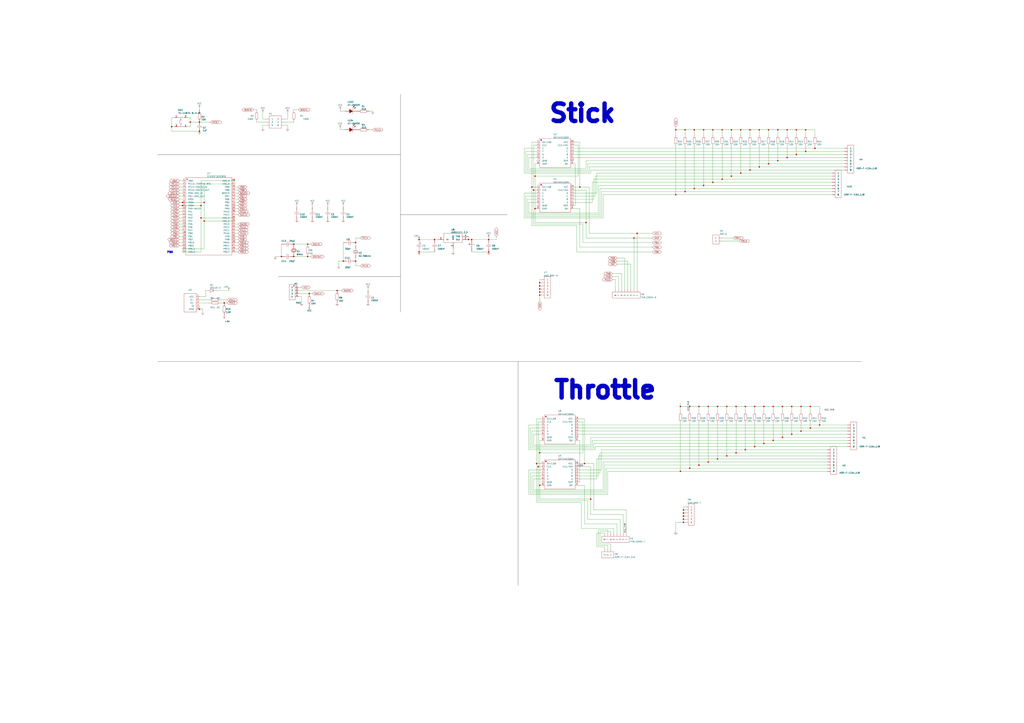
<source format=kicad_sch>
(kicad_sch (version 20211123) (generator eeschema)
  (paper "A1")
  (junction (at 558.8 387.35) (diameter 1.016) (color 204 0 0 1))
  (junction (at 481.33 182.88) (diameter 1.016) (color 204 0 0 1))
  (junction (at 252.73 200.66) (diameter 1.016) (color 204 0 0 1))
  (junction (at 561.34 429.26) (diameter 1.016) (color 204 0 0 1))
  (junction (at 619.76 334.01) (diameter 1.016) (color 204 0 0 1))
  (junction (at 612.14 334.01) (diameter 1.016) (color 204 0 0 1))
  (junction (at 443.23 232.41) (diameter 1.016) (color 204 0 0 1))
  (junction (at 566.42 334.01) (diameter 1.016) (color 204 0 0 1))
  (junction (at 156.21 100.33) (diameter 1.016) (color 204 0 0 1))
  (junction (at 401.32 207.01) (diameter 1.016) (color 204 0 0 1))
  (junction (at 615.95 139.7) (diameter 1.016) (color 204 0 0 1))
  (junction (at 631.19 106.68) (diameter 1.016) (color 204 0 0 1))
  (junction (at 344.17 207.01) (diameter 1.016) (color 204 0 0 1))
  (junction (at 149.86 168.91) (diameter 1.016) (color 204 0 0 1))
  (junction (at 596.9 334.01) (diameter 1.016) (color 204 0 0 1))
  (junction (at 638.81 106.68) (diameter 1.016) (color 204 0 0 1))
  (junction (at 650.24 334.01) (diameter 1.016) (color 204 0 0 1))
  (junction (at 443.23 240.03) (diameter 1.016) (color 204 0 0 1))
  (junction (at 163.83 254) (diameter 1.016) (color 204 0 0 1))
  (junction (at 292.1 214.63) (diameter 1.016) (color 204 0 0 1))
  (junction (at 165.1 168.91) (diameter 1.016) (color 204 0 0 1))
  (junction (at 441.96 383.54) (diameter 1.016) (color 204 0 0 1))
  (junction (at 654.05 106.68) (diameter 1.016) (color 204 0 0 1))
  (junction (at 292.1 199.39) (diameter 1.016) (color 204 0 0 1))
  (junction (at 581.66 334.01) (diameter 1.016) (color 204 0 0 1))
  (junction (at 163.83 107.95) (diameter 1.016) (color 204 0 0 1))
  (junction (at 627.38 334.01) (diameter 1.016) (color 204 0 0 1))
  (junction (at 384.81 196.85) (diameter 1.016) (color 204 0 0 1))
  (junction (at 665.48 334.01) (diameter 1.016) (color 204 0 0 1))
  (junction (at 642.62 359.41) (diameter 1.016) (color 204 0 0 1))
  (junction (at 562.61 157.48) (diameter 1.016) (color 204 0 0 1))
  (junction (at 570.23 106.68) (diameter 1.016) (color 204 0 0 1))
  (junction (at 619.76 367.03) (diameter 1.016) (color 204 0 0 1))
  (junction (at 627.38 364.49) (diameter 1.016) (color 204 0 0 1))
  (junction (at 661.67 106.68) (diameter 1.016) (color 204 0 0 1))
  (junction (at 387.35 196.85) (diameter 1.016) (color 204 0 0 1))
  (junction (at 574.04 382.27) (diameter 1.016) (color 204 0 0 1))
  (junction (at 554.99 106.68) (diameter 1.016) (color 204 0 0 1))
  (junction (at 554.99 160.02) (diameter 1.016) (color 204 0 0 1))
  (junction (at 163.83 100.33) (diameter 1.016) (color 204 0 0 1))
  (junction (at 480.06 381) (diameter 1.016) (color 204 0 0 1))
  (junction (at 615.95 106.68) (diameter 1.016) (color 204 0 0 1))
  (junction (at 657.86 334.01) (diameter 1.016) (color 204 0 0 1))
  (junction (at 596.9 374.65) (diameter 1.016) (color 204 0 0 1))
  (junction (at 254 241.3) (diameter 1.016) (color 204 0 0 1))
  (junction (at 577.85 152.4) (diameter 1.016) (color 204 0 0 1))
  (junction (at 439.42 144.78) (diameter 1.016) (color 204 0 0 1))
  (junction (at 520.7 195.58) (diameter 1.016) (color 204 0 0 1))
  (junction (at 608.33 142.24) (diameter 1.016) (color 204 0 0 1))
  (junction (at 167.64 181.61) (diameter 1.016) (color 204 0 0 1))
  (junction (at 184.15 248.92) (diameter 1.016) (color 204 0 0 1))
  (junction (at 665.48 351.79) (diameter 1.016) (color 204 0 0 1))
  (junction (at 654.05 127) (diameter 1.016) (color 204 0 0 1))
  (junction (at 669.29 121.92) (diameter 1.016) (color 204 0 0 1))
  (junction (at 561.34 419.1) (diameter 1.016) (color 204 0 0 1))
  (junction (at 140.97 104.14) (diameter 1.016) (color 204 0 0 1))
  (junction (at 581.66 379.73) (diameter 1.016) (color 204 0 0 1))
  (junction (at 401.32 196.85) (diameter 1.016) (color 204 0 0 1))
  (junction (at 436.88 153.67) (diameter 1.016) (color 204 0 0 1))
  (junction (at 443.23 242.57) (diameter 1.016) (color 204 0 0 1))
  (junction (at 356.87 196.85) (diameter 1.016) (color 204 0 0 1))
  (junction (at 252.73 210.82) (diameter 1.016) (color 204 0 0 1))
  (junction (at 476.25 153.67) (diameter 1.016) (color 204 0 0 1))
  (junction (at 646.43 129.54) (diameter 1.016) (color 204 0 0 1))
  (junction (at 589.28 334.01) (diameter 1.016) (color 204 0 0 1))
  (junction (at 562.61 106.68) (diameter 1.016) (color 204 0 0 1))
  (junction (at 440.69 381) (diameter 1.016) (color 204 0 0 1))
  (junction (at 600.71 106.68) (diameter 1.016) (color 204 0 0 1))
  (junction (at 589.28 377.19) (diameter 1.016) (color 204 0 0 1))
  (junction (at 443.23 372.11) (diameter 1.016) (color 204 0 0 1))
  (junction (at 443.23 398.78) (diameter 1.016) (color 204 0 0 1))
  (junction (at 443.23 234.95) (diameter 1.016) (color 204 0 0 1))
  (junction (at 585.47 106.68) (diameter 1.016) (color 204 0 0 1))
  (junction (at 635 361.95) (diameter 1.016) (color 204 0 0 1))
  (junction (at 281.94 214.63) (diameter 1.016) (color 204 0 0 1))
  (junction (at 635 334.01) (diameter 1.016) (color 204 0 0 1))
  (junction (at 646.43 106.68) (diameter 1.016) (color 204 0 0 1))
  (junction (at 485.14 410.21) (diameter 1.016) (color 204 0 0 1))
  (junction (at 642.62 334.01) (diameter 1.016) (color 204 0 0 1))
  (junction (at 657.86 354.33) (diameter 1.016) (color 204 0 0 1))
  (junction (at 631.19 134.62) (diameter 1.016) (color 204 0 0 1))
  (junction (at 650.24 356.87) (diameter 1.016) (color 204 0 0 1))
  (junction (at 558.8 334.01) (diameter 1.016) (color 204 0 0 1))
  (junction (at 523.24 191.77) (diameter 1.016) (color 204 0 0 1))
  (junction (at 438.15 156.21) (diameter 1.016) (color 204 0 0 1))
  (junction (at 585.47 149.86) (diameter 1.016) (color 204 0 0 1))
  (junction (at 623.57 106.68) (diameter 1.016) (color 204 0 0 1))
  (junction (at 443.23 237.49) (diameter 1.016) (color 204 0 0 1))
  (junction (at 165.1 179.07) (diameter 1.016) (color 204 0 0 1))
  (junction (at 593.09 147.32) (diameter 1.016) (color 204 0 0 1))
  (junction (at 638.81 132.08) (diameter 1.016) (color 204 0 0 1))
  (junction (at 231.14 210.82) (diameter 1.016) (color 204 0 0 1))
  (junction (at 276.86 238.76) (diameter 1.016) (color 204 0 0 1))
  (junction (at 673.1 349.25) (diameter 1.016) (color 204 0 0 1))
  (junction (at 604.52 372.11) (diameter 1.016) (color 204 0 0 1))
  (junction (at 604.52 334.01) (diameter 1.016) (color 204 0 0 1))
  (junction (at 566.42 384.81) (diameter 1.016) (color 204 0 0 1))
  (junction (at 561.34 426.72) (diameter 1.016) (color 204 0 0 1))
  (junction (at 608.33 106.68) (diameter 1.016) (color 204 0 0 1))
  (junction (at 574.04 334.01) (diameter 1.016) (color 204 0 0 1))
  (junction (at 593.09 106.68) (diameter 1.016) (color 204 0 0 1))
  (junction (at 344.17 196.85) (diameter 1.016) (color 204 0 0 1))
  (junction (at 623.57 137.16) (diameter 1.016) (color 204 0 0 1))
  (junction (at 561.34 421.64) (diameter 1.016) (color 204 0 0 1))
  (junction (at 149.86 166.37) (diameter 1.016) (color 204 0 0 1))
  (junction (at 241.3 200.66) (diameter 1.016) (color 204 0 0 1))
  (junction (at 167.64 166.37) (diameter 1.016) (color 204 0 0 1))
  (junction (at 661.67 124.46) (diameter 1.016) (color 204 0 0 1))
  (junction (at 241.3 210.82) (diameter 1.016) (color 204 0 0 1))
  (junction (at 612.14 369.57) (diameter 1.016) (color 204 0 0 1))
  (junction (at 561.34 424.18) (diameter 1.016) (color 204 0 0 1))
  (junction (at 439.42 171.45) (diameter 1.016) (color 204 0 0 1))
  (junction (at 600.71 144.78) (diameter 1.016) (color 204 0 0 1))
  (junction (at 577.85 106.68) (diameter 1.016) (color 204 0 0 1))
  (junction (at 570.23 154.94) (diameter 1.016) (color 204 0 0 1))
  (wire (pts (xy 496.57 438.15) (xy 490.22 438.15)) (stroke (width 0) (color 0 136 0 1)))
  (wire (pts (xy 490.22 449.58) (xy 496.57 449.58)) (stroke (width 0) (color 0 136 0 1)))
  (wire (pts (xy 661.67 106.68) (xy 669.29 106.68)) (stroke (width 0) (color 0 136 0 1)))
  (wire (pts (xy 276.86 238.76) (xy 245.11 238.76)) (stroke (width 0) (color 0 136 0 1)))
  (wire (pts (xy 471.17 134.62) (xy 472.44 134.62)) (stroke (width 0) (color 0 136 0 1)))
  (wire (pts (xy 195.58 176.53) (xy 193.04 176.53)) (stroke (width 0) (color 0 136 0 1)))
  (wire (pts (xy 478.79 372.11) (xy 443.23 372.11)) (stroke (width 0) (color 0 136 0 1)))
  (wire (pts (xy 474.98 361.95) (xy 476.25 361.95)) (stroke (width 0) (color 0 136 0 1)))
  (wire (pts (xy 147.32 156.21) (xy 149.86 156.21)) (stroke (width 0) (color 0 136 0 1)))
  (wire (pts (xy 635 334.01) (xy 642.62 334.01)) (stroke (width 0) (color 0 136 0 1)))
  (wire (pts (xy 520.7 237.49) (xy 520.7 195.58)) (stroke (width 0) (color 0 136 0 1)))
  (wire (pts (xy 673.1 347.98) (xy 673.1 349.25)) (stroke (width 0) (color 0 136 0 1)))
  (wire (pts (xy 186.69 248.92) (xy 184.15 248.92)) (stroke (width 0) (color 0 136 0 1)))
  (wire (pts (xy 504.19 438.15) (xy 504.19 434.34)) (stroke (width 0) (color 0 136 0 1)))
  (wire (pts (xy 435.61 368.3) (xy 487.68 368.3)) (stroke (width 0) (color 0 136 0 1)))
  (wire (pts (xy 193.04 204.47) (xy 195.58 204.47)) (stroke (width 0) (color 0 136 0 1)))
  (wire (pts (xy 478.79 199.39) (xy 535.94 199.39)) (stroke (width 0) (color 0 136 0 1)))
  (wire (pts (xy 612.14 369.57) (xy 679.45 369.57)) (stroke (width 0) (color 0 136 0 1)))
  (wire (pts (xy 491.49 175.26) (xy 491.49 152.4)) (stroke (width 0) (color 0 136 0 1)))
  (wire (pts (xy 492.76 388.62) (xy 492.76 372.11)) (stroke (width 0) (color 0 136 0 1)))
  (wire (pts (xy 269.24 168.91) (xy 269.24 170.18)))
  (wire (pts (xy 252.73 210.82) (xy 255.27 210.82)) (stroke (width 0) (color 0 136 0 1)))
  (wire (pts (xy 608.33 142.24) (xy 683.26 142.24)) (stroke (width 0) (color 0 136 0 1)))
  (wire (pts (xy 657.86 354.33) (xy 695.96 354.33)) (stroke (width 0) (color 0 136 0 1)))
  (wire (pts (xy 441.96 411.48) (xy 482.6 411.48)) (stroke (width 0) (color 0 136 0 1)))
  (wire (pts (xy 444.5 391.16) (xy 436.88 391.16)) (stroke (width 0) (color 0 136 0 1)))
  (wire (pts (xy 612.14 334.01) (xy 619.76 334.01)) (stroke (width 0) (color 0 136 0 1)))
  (wire (pts (xy 486.41 367.03) (xy 486.41 361.95)) (stroke (width 0) (color 0 136 0 1)))
  (wire (pts (xy 184.15 248.92) (xy 181.61 248.92)) (stroke (width 0) (color 0 136 0 1)))
  (wire (pts (xy 439.42 144.78) (xy 439.42 171.45)) (stroke (width 0) (color 0 136 0 1)))
  (wire (pts (xy 623.57 106.68) (xy 631.19 106.68)) (stroke (width 0) (color 0 136 0 1)))
  (wire (pts (xy 554.99 429.26) (xy 561.34 429.26)) (stroke (width 0) (color 0 136 0 1)))
  (wire (pts (xy 407.67 196.85) (xy 401.32 196.85)))
  (wire (pts (xy 292.1 201.93) (xy 292.1 199.39)) (stroke (width 0) (color 0 136 0 1)))
  (wire (pts (xy 646.43 129.54) (xy 693.42 129.54)) (stroke (width 0) (color 0 136 0 1)))
  (wire (pts (xy 440.69 163.83) (xy 433.07 163.83)) (stroke (width 0) (color 0 136 0 1)))
  (wire (pts (xy 499.11 448.31) (xy 499.11 450.85)) (stroke (width 0) (color 0 136 0 1)))
  (wire (pts (xy 149.86 166.37) (xy 147.32 166.37)) (stroke (width 0) (color 0 136 0 1)))
  (wire (pts (xy 506.73 217.17) (xy 518.16 217.17)) (stroke (width 0) (color 0 136 0 1)))
  (wire (pts (xy 344.17 207.01) (xy 356.87 207.01)) (stroke (width 0) (color 0 136 0 1)))
  (wire (pts (xy 483.87 140.97) (xy 483.87 137.16)) (stroke (width 0) (color 0 136 0 1)))
  (wire (pts (xy 278.13 218.44) (xy 278.13 214.63)) (stroke (width 0) (color 0 136 0 1)))
  (wire (pts (xy 166.37 254) (xy 163.83 254)) (stroke (width 0) (color 0 136 0 1)))
  (wire (pts (xy 515.62 214.63) (xy 515.62 237.49)) (stroke (width 0) (color 0 136 0 1)))
  (wire (pts (xy 518.16 217.17) (xy 518.16 237.49)) (stroke (width 0) (color 0 136 0 1)))
  (wire (pts (xy 581.66 337.82) (xy 581.66 334.01)) (stroke (width 0) (color 0 136 0 1)))
  (wire (pts (xy 167.64 181.61) (xy 193.04 181.61)) (stroke (width 0) (color 0 136 0 1)))
  (wire (pts (xy 208.28 90.17) (xy 210.82 90.17)) (stroke (width 0) (color 0 136 0 1)))
  (wire (pts (xy 558.8 331.47) (xy 558.8 334.01)) (stroke (width 0) (color 0 136 0 1)))
  (wire (pts (xy 566.42 384.81) (xy 679.45 384.81)) (stroke (width 0) (color 0 136 0 1)))
  (wire (pts (xy 387.35 196.85) (xy 384.81 196.85)) (stroke (width 0) (color 0 136 0 1)))
  (wire (pts (xy 163.83 88.9) (xy 163.83 90.17)))
  (wire (pts (xy 485.14 410.21) (xy 485.14 422.91)) (stroke (width 0) (color 0 136 0 1)))
  (wire (pts (xy 474.98 391.16) (xy 491.49 391.16)) (stroke (width 0) (color 0 136 0 1)))
  (wire (pts (xy 279.4 91.44) (xy 283.21 91.44)))
  (wire (pts (xy 608.33 106.68) (xy 615.95 106.68)) (stroke (width 0) (color 0 136 0 1)))
  (wire (pts (xy 499.11 406.4) (xy 499.11 387.35)) (stroke (width 0) (color 0 136 0 1)))
  (wire (pts (xy 474.98 398.78) (xy 480.06 398.78)) (stroke (width 0) (color 0 136 0 1)))
  (wire (pts (xy 430.53 121.92) (xy 430.53 142.24)) (stroke (width 0) (color 0 136 0 1)))
  (wire (pts (xy 344.17 205.74) (xy 344.17 207.01)) (stroke (width 0) (color 0 136 0 1)))
  (wire (pts (xy 646.43 120.65) (xy 646.43 129.54)) (stroke (width 0) (color 0 136 0 1)))
  (wire (pts (xy 278.13 214.63) (xy 281.94 214.63)) (stroke (width 0) (color 0 136 0 1)))
  (wire (pts (xy 210.82 100.33) (xy 218.44 100.33)) (stroke (width 0) (color 0 136 0 1)))
  (wire (pts (xy 443.23 361.95) (xy 443.23 372.11)) (stroke (width 0) (color 0 136 0 1)))
  (wire (pts (xy 140.97 107.95) (xy 163.83 107.95)) (stroke (width 0) (color 0 136 0 1)))
  (wire (pts (xy 193.04 191.77) (xy 195.58 191.77)) (stroke (width 0) (color 0 136 0 1)))
  (wire (pts (xy 646.43 110.49) (xy 646.43 106.68)) (stroke (width 0) (color 0 136 0 1)))
  (wire (pts (xy 474.98 119.38) (xy 474.98 144.78)) (stroke (width 0) (color 0 136 0 1)))
  (wire (pts (xy 627.38 347.98) (xy 627.38 364.49)) (stroke (width 0) (color 0 136 0 1)))
  (wire (pts (xy 443.23 232.41) (xy 443.23 234.95)) (stroke (width 0) (color 0 136 0 1)))
  (wire (pts (xy 226.06 210.82) (xy 231.14 210.82)) (stroke (width 0) (color 0 136 0 1)))
  (wire (pts (xy 570.23 154.94) (xy 683.26 154.94)) (stroke (width 0) (color 0 136 0 1)))
  (wire (pts (xy 654.05 110.49) (xy 654.05 106.68)) (stroke (width 0) (color 0 136 0 1)))
  (wire (pts (xy 570.23 110.49) (xy 570.23 106.68)) (stroke (width 0) (color 0 136 0 1)))
  (wire (pts (xy 167.64 166.37) (xy 167.64 181.61)) (stroke (width 0) (color 0 136 0 1)))
  (wire (pts (xy 434.34 406.4) (xy 499.11 406.4)) (stroke (width 0) (color 0 136 0 1)))
  (wire (pts (xy 492.76 154.94) (xy 570.23 154.94)) (stroke (width 0) (color 0 136 0 1)))
  (wire (pts (xy 407.67 194.31) (xy 407.67 196.85)))
  (wire (pts (xy 147.32 181.61) (xy 149.86 181.61)) (stroke (width 0) (color 0 136 0 1)))
  (wire (pts (xy 431.8 124.46) (xy 431.8 140.97)) (stroke (width 0) (color 0 136 0 1)))
  (wire (pts (xy 508 237.49) (xy 508 227.33)) (stroke (width 0) (color 0 136 0 1)))
  (wire (pts (xy 193.04 173.99) (xy 195.58 173.99)) (stroke (width 0) (color 0 136 0 1)))
  (wire (pts (xy 669.29 121.92) (xy 693.42 121.92)) (stroke (width 0) (color 0 136 0 1)))
  (wire (pts (xy 303.53 91.44) (xy 306.07 91.44)) (stroke (width 0) (color 0 136 0 1)))
  (wire (pts (xy 631.19 120.65) (xy 631.19 134.62)) (stroke (width 0) (color 0 136 0 1)))
  (wire (pts (xy 193.04 156.21) (xy 195.58 156.21)) (stroke (width 0) (color 0 136 0 1)))
  (wire (pts (xy 561.34 429.26) (xy 562.61 429.26)) (stroke (width 0) (color 0 136 0 1)))
  (wire (pts (xy 236.22 105.41) (xy 236.22 102.87)) (stroke (width 0) (color 0 136 0 1)))
  (wire (pts (xy 673.1 349.25) (xy 695.96 349.25)) (stroke (width 0) (color 0 136 0 1)))
  (wire (pts (xy 604.52 372.11) (xy 679.45 372.11)) (stroke (width 0) (color 0 136 0 1)))
  (wire (pts (xy 143.51 104.14) (xy 140.97 104.14)) (stroke (width 0) (color 0 136 0 1)))
  (wire (pts (xy 612.14 337.82) (xy 612.14 334.01)) (stroke (width 0) (color 0 136 0 1)))
  (wire (pts (xy 140.97 104.14) (xy 140.97 107.95)) (stroke (width 0) (color 0 136 0 1)))
  (wire (pts (xy 642.62 359.41) (xy 695.96 359.41)) (stroke (width 0) (color 0 136 0 1)))
  (wire (pts (xy 646.43 106.68) (xy 654.05 106.68)) (stroke (width 0) (color 0 136 0 1)))
  (wire (pts (xy 499.11 438.15) (xy 499.11 435.61)) (stroke (width 0) (color 0 136 0 1)))
  (wire (pts (xy 444.5 398.78) (xy 443.23 398.78)) (stroke (width 0) (color 0 136 0 1)))
  (wire (pts (xy 615.95 120.65) (xy 615.95 139.7)) (stroke (width 0) (color 0 136 0 1)))
  (wire (pts (xy 485.14 365.76) (xy 485.14 359.41)) (stroke (width 0) (color 0 136 0 1)))
  (wire (pts (xy 401.32 196.85) (xy 387.35 196.85)) (stroke (width 0) (color 0 136 0 1)))
  (wire (pts (xy 604.52 337.82) (xy 604.52 334.01)) (stroke (width 0) (color 0 136 0 1)))
  (polyline (pts (xy 328.93 77.47) (xy 328.93 256.54)) (stroke (width 0) (type solid) (color 0 0 0 1)))
  (wire (pts (xy 562.61 120.65) (xy 562.61 157.48)) (stroke (width 0) (color 0 136 0 1)))
  (wire (pts (xy 149.86 163.83) (xy 147.32 163.83)) (stroke (width 0) (color 0 136 0 1)))
  (wire (pts (xy 558.8 337.82) (xy 558.8 334.01)) (stroke (width 0) (color 0 136 0 1)))
  (wire (pts (xy 241.3 100.33) (xy 233.68 100.33)) (stroke (width 0) (color 0 136 0 1)))
  (wire (pts (xy 585.47 149.86) (xy 683.26 149.86)) (stroke (width 0) (color 0 136 0 1)))
  (wire (pts (xy 434.34 166.37) (xy 434.34 175.26)) (stroke (width 0) (color 0 136 0 1)))
  (wire (pts (xy 585.47 110.49) (xy 585.47 106.68)) (stroke (width 0) (color 0 136 0 1)))
  (wire (pts (xy 477.52 412.75) (xy 477.52 434.34)) (stroke (width 0) (color 0 136 0 1)))
  (wire (pts (xy 241.3 210.82) (xy 252.73 210.82)) (stroke (width 0) (color 0 136 0 1)))
  (wire (pts (xy 488.95 367.03) (xy 619.76 367.03)) (stroke (width 0) (color 0 136 0 1)))
  (wire (pts (xy 604.52 347.98) (xy 604.52 372.11)) (stroke (width 0) (color 0 136 0 1)))
  (wire (pts (xy 247.65 243.84) (xy 247.65 248.92)) (stroke (width 0) (color 0 136 0 1)))
  (wire (pts (xy 471.17 119.38) (xy 474.98 119.38)) (stroke (width 0) (color 0 136 0 1)))
  (wire (pts (xy 193.04 151.13) (xy 167.64 151.13)) (stroke (width 0) (color 0 136 0 1)))
  (wire (pts (xy 638.81 132.08) (xy 693.42 132.08)) (stroke (width 0) (color 0 136 0 1)))
  (wire (pts (xy 302.26 237.49) (xy 302.26 238.76)))
  (wire (pts (xy 642.62 337.82) (xy 642.62 334.01)) (stroke (width 0) (color 0 136 0 1)))
  (wire (pts (xy 215.9 105.41) (xy 215.9 102.87)) (stroke (width 0) (color 0 136 0 1)))
  (wire (pts (xy 487.68 163.83) (xy 487.68 147.32)) (stroke (width 0) (color 0 136 0 1)))
  (wire (pts (xy 434.34 138.43) (xy 481.33 138.43)) (stroke (width 0) (color 0 136 0 1)))
  (wire (pts (xy 193.04 199.39) (xy 195.58 199.39)) (stroke (width 0) (color 0 136 0 1)))
  (wire (pts (xy 615.95 106.68) (xy 623.57 106.68)) (stroke (width 0) (color 0 136 0 1)))
  (wire (pts (xy 600.71 144.78) (xy 683.26 144.78)) (stroke (width 0) (color 0 136 0 1)))
  (polyline (pts (xy 129.54 297.18) (xy 308.61 297.18)) (stroke (width 0) (type solid) (color 0 0 0 1)))
  (wire (pts (xy 147.32 199.39) (xy 149.86 199.39)) (stroke (width 0) (color 0 136 0 1)))
  (wire (pts (xy 657.86 334.01) (xy 665.48 334.01)) (stroke (width 0) (color 0 136 0 1)))
  (wire (pts (xy 149.86 189.23) (xy 147.32 189.23)) (stroke (width 0) (color 0 136 0 1)))
  (wire (pts (xy 474.98 356.87) (xy 650.24 356.87)) (stroke (width 0) (color 0 136 0 1)))
  (wire (pts (xy 166.37 256.54) (xy 166.37 254)) (stroke (width 0) (color 0 136 0 1)))
  (wire (pts (xy 430.53 179.07) (xy 495.3 179.07)) (stroke (width 0) (color 0 136 0 1)))
  (wire (pts (xy 650.24 334.01) (xy 657.86 334.01)) (stroke (width 0) (color 0 136 0 1)))
  (wire (pts (xy 657.86 347.98) (xy 657.86 354.33)) (stroke (width 0) (color 0 136 0 1)))
  (wire (pts (xy 279.4 105.41) (xy 279.4 106.68)))
  (wire (pts (xy 492.76 372.11) (xy 604.52 372.11)) (stroke (width 0) (color 0 136 0 1)))
  (wire (pts (xy 654.05 120.65) (xy 654.05 127)) (stroke (width 0) (color 0 136 0 1)))
  (wire (pts (xy 486.41 361.95) (xy 635 361.95)) (stroke (width 0) (color 0 136 0 1)))
  (wire (pts (xy 440.69 129.54) (xy 434.34 129.54)) (stroke (width 0) (color 0 136 0 1)))
  (wire (pts (xy 497.84 405.13) (xy 497.84 384.81)) (stroke (width 0) (color 0 136 0 1)))
  (wire (pts (xy 635 347.98) (xy 635 361.95)) (stroke (width 0) (color 0 136 0 1)))
  (wire (pts (xy 482.6 134.62) (xy 631.19 134.62)) (stroke (width 0) (color 0 136 0 1)))
  (wire (pts (xy 156.21 104.14) (xy 156.21 100.33)) (stroke (width 0) (color 0 136 0 1)))
  (wire (pts (xy 156.21 96.52) (xy 153.67 96.52)) (stroke (width 0) (color 0 136 0 1)))
  (wire (pts (xy 236.22 102.87) (xy 233.68 102.87)) (stroke (width 0) (color 0 136 0 1)))
  (wire (pts (xy 491.49 448.31) (xy 499.11 448.31)) (stroke (width 0) (color 0 136 0 1)))
  (wire (pts (xy 490.22 377.19) (xy 589.28 377.19)) (stroke (width 0) (color 0 136 0 1)))
  (wire (pts (xy 438.15 365.76) (xy 485.14 365.76)) (stroke (width 0) (color 0 136 0 1)))
  (wire (pts (xy 444.5 383.54) (xy 441.96 383.54)) (stroke (width 0) (color 0 136 0 1)))
  (wire (pts (xy 292.1 214.63) (xy 292.1 218.44)) (stroke (width 0) (color 0 136 0 1)))
  (wire (pts (xy 165.1 168.91) (xy 165.1 179.07)) (stroke (width 0) (color 0 136 0 1)))
  (wire (pts (xy 554.99 160.02) (xy 683.26 160.02)) (stroke (width 0) (color 0 136 0 1)))
  (wire (pts (xy 167.64 166.37) (xy 149.86 166.37)) (stroke (width 0) (color 0 136 0 1)))
  (wire (pts (xy 495.3 160.02) (xy 554.99 160.02)) (stroke (width 0) (color 0 136 0 1)))
  (wire (pts (xy 631.19 106.68) (xy 638.81 106.68)) (stroke (width 0) (color 0 136 0 1)))
  (wire (pts (xy 496.57 382.27) (xy 574.04 382.27)) (stroke (width 0) (color 0 136 0 1)))
  (wire (pts (xy 490.22 438.15) (xy 490.22 449.58)) (stroke (width 0) (color 0 136 0 1)))
  (wire (pts (xy 596.9 347.98) (xy 596.9 374.65)) (stroke (width 0) (color 0 136 0 1)))
  (wire (pts (xy 444.5 393.7) (xy 438.15 393.7)) (stroke (width 0) (color 0 136 0 1)))
  (wire (pts (xy 511.81 422.91) (xy 511.81 438.15)) (stroke (width 0) (color 0 136 0 1)))
  (polyline (pts (xy 416.56 176.53) (xy 328.93 176.53)) (stroke (width 0) (type solid) (color 0 0 0 1)))
  (wire (pts (xy 440.69 171.45) (xy 439.42 171.45)) (stroke (width 0) (color 0 136 0 1)))
  (wire (pts (xy 623.57 110.49) (xy 623.57 106.68)) (stroke (width 0) (color 0 136 0 1)))
  (wire (pts (xy 438.15 402.59) (xy 495.3 402.59)) (stroke (width 0) (color 0 136 0 1)))
  (wire (pts (xy 480.06 381) (xy 487.68 381)) (stroke (width 0) (color 0 136 0 1)))
  (wire (pts (xy 561.34 421.64) (xy 561.34 424.18)) (stroke (width 0) (color 0 136 0 1)))
  (wire (pts (xy 471.17 166.37) (xy 486.41 166.37)) (stroke (width 0) (color 0 136 0 1)))
  (wire (pts (xy 236.22 92.71) (xy 236.22 97.79)) (stroke (width 0) (color 0 136 0 1)))
  (wire (pts (xy 577.85 106.68) (xy 585.47 106.68)) (stroke (width 0) (color 0 136 0 1)))
  (wire (pts (xy 491.49 391.16) (xy 491.49 374.65)) (stroke (width 0) (color 0 136 0 1)))
  (wire (pts (xy 147.32 186.69) (xy 149.86 186.69)) (stroke (width 0) (color 0 136 0 1)))
  (wire (pts (xy 561.34 419.1) (xy 561.34 421.64)) (stroke (width 0) (color 0 136 0 1)))
  (wire (pts (xy 619.76 334.01) (xy 627.38 334.01)) (stroke (width 0) (color 0 136 0 1)))
  (wire (pts (xy 485.14 383.54) (xy 485.14 410.21)) (stroke (width 0) (color 0 136 0 1)))
  (wire (pts (xy 471.17 163.83) (xy 487.68 163.83)) (stroke (width 0) (color 0 136 0 1)))
  (wire (pts (xy 494.03 386.08) (xy 494.03 369.57)) (stroke (width 0) (color 0 136 0 1)))
  (wire (pts (xy 509.27 438.15) (xy 509.27 426.72)) (stroke (width 0) (color 0 136 0 1)))
  (wire (pts (xy 661.67 110.49) (xy 661.67 106.68)) (stroke (width 0) (color 0 136 0 1)))
  (wire (pts (xy 510.54 237.49) (xy 510.54 224.79)) (stroke (width 0) (color 0 136 0 1)))
  (polyline (pts (xy 425.45 297.18) (xy 604.52 297.18)) (stroke (width 0) (type solid) (color 0 0 0 1)))
  (wire (pts (xy 485.14 142.24) (xy 485.14 139.7)) (stroke (width 0) (color 0 136 0 1)))
  (wire (pts (xy 147.32 148.59) (xy 149.86 148.59)) (stroke (width 0) (color 0 136 0 1)))
  (wire (pts (xy 574.04 337.82) (xy 574.04 334.01)) (stroke (width 0) (color 0 136 0 1)))
  (wire (pts (xy 623.57 137.16) (xy 693.42 137.16)) (stroke (width 0) (color 0 136 0 1)))
  (wire (pts (xy 434.34 386.08) (xy 434.34 406.4)) (stroke (width 0) (color 0 136 0 1)))
  (wire (pts (xy 497.84 384.81) (xy 566.42 384.81)) (stroke (width 0) (color 0 136 0 1)))
  (wire (pts (xy 436.88 403.86) (xy 496.57 403.86)) (stroke (width 0) (color 0 136 0 1)))
  (wire (pts (xy 195.58 161.29) (xy 193.04 161.29)) (stroke (width 0) (color 0 136 0 1)))
  (wire (pts (xy 471.17 124.46) (xy 661.67 124.46)) (stroke (width 0) (color 0 136 0 1)))
  (wire (pts (xy 243.84 168.91) (xy 243.84 170.18)))
  (wire (pts (xy 444.5 361.95) (xy 443.23 361.95)) (stroke (width 0) (color 0 136 0 1)))
  (wire (pts (xy 481.33 138.43) (xy 481.33 132.08)) (stroke (width 0) (color 0 136 0 1)))
  (wire (pts (xy 486.41 166.37) (xy 486.41 149.86)) (stroke (width 0) (color 0 136 0 1)))
  (wire (pts (xy 444.5 237.49) (xy 443.23 237.49)) (stroke (width 0) (color 0 136 0 1)))
  (wire (pts (xy 193.04 196.85) (xy 195.58 196.85)) (stroke (width 0) (color 0 136 0 1)))
  (wire (pts (xy 596.9 374.65) (xy 679.45 374.65)) (stroke (width 0) (color 0 136 0 1)))
  (wire (pts (xy 635 361.95) (xy 695.96 361.95)) (stroke (width 0) (color 0 136 0 1)))
  (wire (pts (xy 574.04 382.27) (xy 679.45 382.27)) (stroke (width 0) (color 0 136 0 1)))
  (wire (pts (xy 440.69 156.21) (xy 438.15 156.21)) (stroke (width 0) (color 0 136 0 1)))
  (wire (pts (xy 474.98 383.54) (xy 485.14 383.54)) (stroke (width 0) (color 0 136 0 1)))
  (wire (pts (xy 256.54 241.3) (xy 254 241.3)) (stroke (width 0) (color 0 136 0 1)))
  (wire (pts (xy 435.61 388.62) (xy 435.61 405.13)) (stroke (width 0) (color 0 136 0 1)))
  (wire (pts (xy 562.61 419.1) (xy 561.34 419.1)) (stroke (width 0) (color 0 136 0 1)))
  (wire (pts (xy 505.46 229.87) (xy 502.92 229.87)) (stroke (width 0) (color 0 136 0 1)))
  (wire (pts (xy 478.79 346.71) (xy 478.79 372.11)) (stroke (width 0) (color 0 136 0 1)))
  (wire (pts (xy 439.42 182.88) (xy 481.33 182.88)) (stroke (width 0) (color 0 136 0 1)))
  (wire (pts (xy 440.69 134.62) (xy 439.42 134.62)) (stroke (width 0) (color 0 136 0 1)))
  (wire (pts (xy 438.15 156.21) (xy 438.15 184.15)) (stroke (width 0) (color 0 136 0 1)))
  (wire (pts (xy 344.17 196.85) (xy 344.17 198.12)) (stroke (width 0) (color 0 136 0 1)))
  (wire (pts (xy 474.98 388.62) (xy 492.76 388.62)) (stroke (width 0) (color 0 136 0 1)))
  (wire (pts (xy 165.1 179.07) (xy 165.1 207.01)) (stroke (width 0) (color 0 136 0 1)))
  (wire (pts (xy 195.58 184.15) (xy 193.04 184.15)) (stroke (width 0) (color 0 136 0 1)))
  (wire (pts (xy 359.41 196.85) (xy 356.87 196.85)) (stroke (width 0) (color 0 136 0 1)))
  (wire (pts (xy 195.58 171.45) (xy 193.04 171.45)) (stroke (width 0) (color 0 136 0 1)))
  (wire (pts (xy 483.87 137.16) (xy 623.57 137.16)) (stroke (width 0) (color 0 136 0 1)))
  (wire (pts (xy 496.57 449.58) (xy 496.57 450.85)) (stroke (width 0) (color 0 136 0 1)))
  (wire (pts (xy 387.35 207.01) (xy 401.32 207.01)) (stroke (width 0) (color 0 136 0 1)))
  (wire (pts (xy 476.25 153.67) (xy 483.87 153.67)) (stroke (width 0) (color 0 136 0 1)))
  (wire (pts (xy 441.96 383.54) (xy 441.96 411.48)) (stroke (width 0) (color 0 136 0 1)))
  (wire (pts (xy 215.9 97.79) (xy 218.44 97.79)) (stroke (width 0) (color 0 136 0 1)))
  (wire (pts (xy 444.5 344.17) (xy 440.69 344.17)) (stroke (width 0) (color 0 136 0 1)))
  (wire (pts (xy 193.04 158.75) (xy 195.58 158.75)) (stroke (width 0) (color 0 136 0 1)))
  (wire (pts (xy 444.5 356.87) (xy 438.15 356.87)) (stroke (width 0) (color 0 136 0 1)))
  (wire (pts (xy 434.34 129.54) (xy 434.34 138.43)) (stroke (width 0) (color 0 136 0 1)))
  (wire (pts (xy 436.88 367.03) (xy 486.41 367.03)) (stroke (width 0) (color 0 136 0 1)))
  (wire (pts (xy 476.25 361.95) (xy 476.25 396.24)) (stroke (width 0) (color 0 136 0 1)))
  (wire (pts (xy 172.72 100.33) (xy 163.83 100.33)) (stroke (width 0) (color 0 136 0 1)))
  (wire (pts (xy 434.34 175.26) (xy 491.49 175.26)) (stroke (width 0) (color 0 136 0 1)))
  (wire (pts (xy 492.76 176.53) (xy 492.76 154.94)) (stroke (width 0) (color 0 136 0 1)))
  (wire (pts (xy 570.23 120.65) (xy 570.23 154.94)) (stroke (width 0) (color 0 136 0 1)))
  (wire (pts (xy 281.94 214.63) (xy 281.94 199.39)) (stroke (width 0) (color 0 136 0 1)))
  (wire (pts (xy 487.68 147.32) (xy 593.09 147.32)) (stroke (width 0) (color 0 136 0 1)))
  (wire (pts (xy 471.17 127) (xy 654.05 127)) (stroke (width 0) (color 0 136 0 1)))
  (wire (pts (xy 554.99 106.68) (xy 562.61 106.68)) (stroke (width 0) (color 0 136 0 1)))
  (wire (pts (xy 608.33 120.65) (xy 608.33 142.24)) (stroke (width 0) (color 0 136 0 1)))
  (wire (pts (xy 147.32 171.45) (xy 149.86 171.45)) (stroke (width 0) (color 0 136 0 1)))
  (wire (pts (xy 156.21 100.33) (xy 156.21 96.52)) (stroke (width 0) (color 0 136 0 1)))
  (wire (pts (xy 661.67 120.65) (xy 661.67 124.46)) (stroke (width 0) (color 0 136 0 1)))
  (wire (pts (xy 444.5 381) (xy 440.69 381)) (stroke (width 0) (color 0 136 0 1)))
  (wire (pts (xy 495.3 379.73) (xy 581.66 379.73)) (stroke (width 0) (color 0 136 0 1)))
  (wire (pts (xy 435.61 405.13) (xy 497.84 405.13)) (stroke (width 0) (color 0 136 0 1)))
  (wire (pts (xy 612.14 347.98) (xy 612.14 369.57)) (stroke (width 0) (color 0 136 0 1)))
  (wire (pts (xy 665.48 337.82) (xy 665.48 334.01)) (stroke (width 0) (color 0 136 0 1)))
  (wire (pts (xy 471.17 161.29) (xy 488.95 161.29)) (stroke (width 0) (color 0 136 0 1)))
  (wire (pts (xy 483.87 153.67) (xy 483.87 191.77)) (stroke (width 0) (color 0 136 0 1)))
  (wire (pts (xy 193.04 201.93) (xy 195.58 201.93)) (stroke (width 0) (color 0 136 0 1)))
  (wire (pts (xy 504.19 434.34) (xy 477.52 434.34)) (stroke (width 0) (color 0 136 0 1)))
  (wire (pts (xy 279.4 91.44) (xy 279.4 90.17)))
  (wire (pts (xy 506.73 430.53) (xy 480.06 430.53)) (stroke (width 0) (color 0 136 0 1)))
  (wire (pts (xy 661.67 124.46) (xy 693.42 124.46)) (stroke (width 0) (color 0 136 0 1)))
  (wire (pts (xy 558.8 347.98) (xy 558.8 387.35)) (stroke (width 0) (color 0 136 0 1)))
  (wire (pts (xy 430.53 158.75) (xy 430.53 179.07)) (stroke (width 0) (color 0 136 0 1)))
  (wire (pts (xy 619.76 347.98) (xy 619.76 367.03)) (stroke (width 0) (color 0 136 0 1)))
  (wire (pts (xy 561.34 416.56) (xy 561.34 419.1)) (stroke (width 0) (color 0 136 0 1)))
  (wire (pts (xy 496.57 403.86) (xy 496.57 382.27)) (stroke (width 0) (color 0 136 0 1)))
  (wire (pts (xy 523.24 191.77) (xy 483.87 191.77)) (stroke (width 0) (color 0 136 0 1)))
  (wire (pts (xy 149.86 194.31) (xy 147.32 194.31)) (stroke (width 0) (color 0 136 0 1)))
  (wire (pts (xy 487.68 364.49) (xy 627.38 364.49)) (stroke (width 0) (color 0 136 0 1)))
  (wire (pts (xy 554.99 436.88) (xy 554.99 429.26)) (stroke (width 0) (color 0 136 0 1)))
  (wire (pts (xy 431.8 161.29) (xy 431.8 177.8)) (stroke (width 0) (color 0 136 0 1)))
  (wire (pts (xy 438.15 393.7) (xy 438.15 402.59)) (stroke (width 0) (color 0 136 0 1)))
  (wire (pts (xy 581.66 379.73) (xy 679.45 379.73)) (stroke (width 0) (color 0 136 0 1)))
  (wire (pts (xy 440.69 121.92) (xy 430.53 121.92)) (stroke (width 0) (color 0 136 0 1)))
  (polyline (pts (xy 604.52 297.18) (xy 707.39 297.18)) (stroke (width 0) (type solid) (color 0 0 0 1)))
  (wire (pts (xy 471.17 116.84) (xy 476.25 116.84)) (stroke (width 0) (color 0 136 0 1)))
  (wire (pts (xy 593.09 110.49) (xy 593.09 106.68)) (stroke (width 0) (color 0 136 0 1)))
  (wire (pts (xy 440.69 116.84) (xy 436.88 116.84)) (stroke (width 0) (color 0 136 0 1)))
  (wire (pts (xy 589.28 377.19) (xy 679.45 377.19)) (stroke (width 0) (color 0 136 0 1)))
  (wire (pts (xy 520.7 195.58) (xy 535.94 195.58)) (stroke (width 0) (color 0 136 0 1)))
  (wire (pts (xy 247.65 236.22) (xy 245.11 236.22)) (stroke (width 0) (color 0 136 0 1)))
  (wire (pts (xy 280.67 238.76) (xy 276.86 238.76)) (stroke (width 0) (color 0 136 0 1)))
  (wire (pts (xy 562.61 157.48) (xy 683.26 157.48)) (stroke (width 0) (color 0 136 0 1)))
  (wire (pts (xy 495.3 179.07) (xy 495.3 160.02)) (stroke (width 0) (color 0 136 0 1)))
  (wire (pts (xy 562.61 110.49) (xy 562.61 106.68)) (stroke (width 0) (color 0 136 0 1)))
  (wire (pts (xy 574.04 334.01) (xy 581.66 334.01)) (stroke (width 0) (color 0 136 0 1)))
  (wire (pts (xy 167.64 151.13) (xy 167.64 166.37)) (stroke (width 0) (color 0 136 0 1)))
  (wire (pts (xy 443.23 410.21) (xy 485.14 410.21)) (stroke (width 0) (color 0 136 0 1)))
  (wire (pts (xy 195.58 166.37) (xy 193.04 166.37)) (stroke (width 0) (color 0 136 0 1)))
  (wire (pts (xy 474.98 351.79) (xy 665.48 351.79)) (stroke (width 0) (color 0 136 0 1)))
  (wire (pts (xy 439.42 134.62) (xy 439.42 144.78)) (stroke (width 0) (color 0 136 0 1)))
  (wire (pts (xy 471.17 158.75) (xy 490.22 158.75)) (stroke (width 0) (color 0 136 0 1)))
  (wire (pts (xy 254 241.3) (xy 245.11 241.3)) (stroke (width 0) (color 0 136 0 1)))
  (wire (pts (xy 167.64 204.47) (xy 167.64 181.61)) (stroke (width 0) (color 0 136 0 1)))
  (wire (pts (xy 193.04 207.01) (xy 195.58 207.01)) (stroke (width 0) (color 0 136 0 1)))
  (wire (pts (xy 440.69 127) (xy 433.07 127)) (stroke (width 0) (color 0 136 0 1)))
  (wire (pts (xy 440.69 158.75) (xy 430.53 158.75)) (stroke (width 0) (color 0 136 0 1)))
  (wire (pts (xy 163.83 254) (xy 163.83 251.46)) (stroke (width 0) (color 0 136 0 1)))
  (wire (pts (xy 638.81 120.65) (xy 638.81 132.08)) (stroke (width 0) (color 0 136 0 1)))
  (wire (pts (xy 149.86 179.07) (xy 147.32 179.07)) (stroke (width 0) (color 0 136 0 1)))
  (wire (pts (xy 511.81 422.91) (xy 485.14 422.91)) (stroke (width 0) (color 0 136 0 1)))
  (wire (pts (xy 443.23 247.65) (xy 443.23 242.57)) (stroke (width 0) (color 0 136 0 1)))
  (wire (pts (xy 165.1 207.01) (xy 149.86 207.01)) (stroke (width 0) (color 0 136 0 1)))
  (wire (pts (xy 306.07 106.68) (xy 303.53 106.68)) (stroke (width 0) (color 0 136 0 1)))
  (polyline (pts (xy 129.54 127) (xy 328.93 127)) (stroke (width 0) (type solid) (color 0 0 0 1)))
  (polyline (pts (xy 425.45 297.18) (xy 425.45 481.33)) (stroke (width 0) (type solid) (color 0 0 0 1)))
  (wire (pts (xy 474.98 381) (xy 480.06 381)) (stroke (width 0) (color 0 136 0 1)))
  (wire (pts (xy 577.85 110.49) (xy 577.85 106.68)) (stroke (width 0) (color 0 136 0 1)))
  (wire (pts (xy 486.41 149.86) (xy 585.47 149.86)) (stroke (width 0) (color 0 136 0 1)))
  (wire (pts (xy 443.23 242.57) (xy 444.5 242.57)) (stroke (width 0) (color 0 136 0 1)))
  (wire (pts (xy 481.33 132.08) (xy 638.81 132.08)) (stroke (width 0) (color 0 136 0 1)))
  (wire (pts (xy 635 337.82) (xy 635 334.01)) (stroke (width 0) (color 0 136 0 1)))
  (wire (pts (xy 440.69 119.38) (xy 438.15 119.38)) (stroke (width 0) (color 0 136 0 1)))
  (wire (pts (xy 487.68 381) (xy 487.68 419.1)) (stroke (width 0) (color 0 136 0 1)))
  (wire (pts (xy 623.57 120.65) (xy 623.57 137.16)) (stroke (width 0) (color 0 136 0 1)))
  (wire (pts (xy 554.99 120.65) (xy 554.99 160.02)) (stroke (width 0) (color 0 136 0 1)))
  (wire (pts (xy 153.67 104.14) (xy 156.21 104.14)) (stroke (width 0) (color 0 136 0 1)))
  (wire (pts (xy 490.22 393.7) (xy 490.22 377.19)) (stroke (width 0) (color 0 136 0 1)))
  (wire (pts (xy 193.04 186.69) (xy 195.58 186.69)) (stroke (width 0) (color 0 136 0 1)))
  (wire (pts (xy 665.48 351.79) (xy 695.96 351.79)) (stroke (width 0) (color 0 136 0 1)))
  (wire (pts (xy 509.27 426.72) (xy 482.6 426.72)) (stroke (width 0) (color 0 136 0 1)))
  (wire (pts (xy 642.62 334.01) (xy 650.24 334.01)) (stroke (width 0) (color 0 136 0 1)))
  (wire (pts (xy 434.34 369.57) (xy 488.95 369.57)) (stroke (width 0) (color 0 136 0 1)))
  (wire (pts (xy 593.09 106.68) (xy 600.71 106.68)) (stroke (width 0) (color 0 136 0 1)))
  (wire (pts (xy 444.5 232.41) (xy 443.23 232.41)) (stroke (width 0) (color 0 136 0 1)))
  (wire (pts (xy 165.1 168.91) (xy 149.86 168.91)) (stroke (width 0) (color 0 136 0 1)))
  (wire (pts (xy 193.04 153.67) (xy 195.58 153.67)) (stroke (width 0) (color 0 136 0 1)))
  (wire (pts (xy 510.54 224.79) (xy 502.92 224.79)) (stroke (width 0) (color 0 136 0 1)))
  (wire (pts (xy 631.19 110.49) (xy 631.19 106.68)) (stroke (width 0) (color 0 136 0 1)))
  (wire (pts (xy 654.05 127) (xy 693.42 127)) (stroke (width 0) (color 0 136 0 1)))
  (wire (pts (xy 501.65 438.15) (xy 501.65 436.88)) (stroke (width 0) (color 0 136 0 1)))
  (wire (pts (xy 638.81 106.68) (xy 646.43 106.68)) (stroke (width 0) (color 0 136 0 1)))
  (wire (pts (xy 168.91 243.84) (xy 163.83 243.84)) (stroke (width 0) (color 0 136 0 1)))
  (wire (pts (xy 491.49 374.65) (xy 596.9 374.65)) (stroke (width 0) (color 0 136 0 1)))
  (wire (pts (xy 523.24 237.49) (xy 523.24 191.77)) (stroke (width 0) (color 0 136 0 1)))
  (wire (pts (xy 585.47 106.68) (xy 593.09 106.68)) (stroke (width 0) (color 0 136 0 1)))
  (wire (pts (xy 433.07 139.7) (xy 482.6 139.7)) (stroke (width 0) (color 0 136 0 1)))
  (wire (pts (xy 485.14 139.7) (xy 615.95 139.7)) (stroke (width 0) (color 0 136 0 1)))
  (wire (pts (xy 631.19 134.62) (xy 693.42 134.62)) (stroke (width 0) (color 0 136 0 1)))
  (wire (pts (xy 593.09 195.58) (xy 601.98 195.58)) (stroke (width 0) (color 0 136 0 1)))
  (wire (pts (xy 149.86 168.91) (xy 147.32 168.91)) (stroke (width 0) (color 0 136 0 1)))
  (wire (pts (xy 433.07 127) (xy 433.07 139.7)) (stroke (width 0) (color 0 136 0 1)))
  (wire (pts (xy 179.07 238.76) (xy 187.96 238.76)) (stroke (width 0) (color 0 136 0 1)))
  (wire (pts (xy 589.28 337.82) (xy 589.28 334.01)) (stroke (width 0) (color 0 136 0 1)))
  (wire (pts (xy 149.86 151.13) (xy 147.32 151.13)) (stroke (width 0) (color 0 136 0 1)))
  (wire (pts (xy 147.32 176.53) (xy 149.86 176.53)) (stroke (width 0) (color 0 136 0 1)))
  (wire (pts (xy 147.32 201.93) (xy 149.86 201.93)) (stroke (width 0) (color 0 136 0 1)))
  (wire (pts (xy 430.53 142.24) (xy 485.14 142.24)) (stroke (width 0) (color 0 136 0 1)))
  (wire (pts (xy 440.69 344.17) (xy 440.69 381)) (stroke (width 0) (color 0 136 0 1)))
  (wire (pts (xy 589.28 347.98) (xy 589.28 377.19)) (stroke (width 0) (color 0 136 0 1)))
  (wire (pts (xy 193.04 148.59) (xy 165.1 148.59)) (stroke (width 0) (color 0 136 0 1)))
  (wire (pts (xy 505.46 229.87) (xy 505.46 237.49)) (stroke (width 0) (color 0 136 0 1)))
  (wire (pts (xy 554.99 104.14) (xy 554.99 106.68)) (stroke (width 0) (color 0 136 0 1)))
  (wire (pts (xy 245.11 90.17) (xy 241.3 90.17)))
  (wire (pts (xy 492.76 436.88) (xy 492.76 447.04)) (stroke (width 0) (color 0 136 0 1)))
  (wire (pts (xy 673.1 334.01) (xy 673.1 337.82)))
  (wire (pts (xy 604.52 334.01) (xy 612.14 334.01)) (stroke (width 0) (color 0 136 0 1)))
  (wire (pts (xy 254 251.46) (xy 254 252.73)))
  (wire (pts (xy 441.96 346.71) (xy 441.96 383.54)) (stroke (width 0) (color 0 136 0 1)))
  (wire (pts (xy 474.98 354.33) (xy 657.86 354.33)) (stroke (width 0) (color 0 136 0 1)))
  (wire (pts (xy 669.29 106.68) (xy 669.29 110.49)) (stroke (width 0) (color 0 136 0 1)))
  (wire (pts (xy 627.38 337.82) (xy 627.38 334.01)) (stroke (width 0) (color 0 136 0 1)))
  (wire (pts (xy 436.88 153.67) (xy 440.69 153.67)) (stroke (width 0) (color 0 136 0 1)))
  (wire (pts (xy 488.95 161.29) (xy 488.95 144.78)) (stroke (width 0) (color 0 136 0 1)))
  (wire (pts (xy 256.54 168.91) (xy 256.54 170.18)))
  (wire (pts (xy 554.99 110.49) (xy 554.99 106.68)) (stroke (width 0) (color 0 136 0 1)))
  (wire (pts (xy 480.06 398.78) (xy 480.06 430.53)) (stroke (width 0) (color 0 136 0 1)))
  (wire (pts (xy 589.28 334.01) (xy 596.9 334.01)) (stroke (width 0) (color 0 136 0 1)))
  (wire (pts (xy 650.24 337.82) (xy 650.24 334.01)) (stroke (width 0) (color 0 136 0 1)))
  (wire (pts (xy 494.03 157.48) (xy 562.61 157.48)) (stroke (width 0) (color 0 136 0 1)))
  (wire (pts (xy 193.04 179.07) (xy 165.1 179.07)) (stroke (width 0) (color 0 136 0 1)))
  (wire (pts (xy 506.73 212.09) (xy 513.08 212.09)) (stroke (width 0) (color 0 136 0 1)))
  (wire (pts (xy 438.15 184.15) (xy 478.79 184.15)) (stroke (width 0) (color 0 136 0 1)))
  (wire (pts (xy 471.17 171.45) (xy 476.25 171.45)) (stroke (width 0) (color 0 136 0 1)))
  (wire (pts (xy 440.69 412.75) (xy 477.52 412.75)) (stroke (width 0) (color 0 136 0 1)))
  (wire (pts (xy 495.3 402.59) (xy 495.3 379.73)) (stroke (width 0) (color 0 136 0 1)))
  (wire (pts (xy 480.06 344.17) (xy 480.06 381)) (stroke (width 0) (color 0 136 0 1)))
  (wire (pts (xy 438.15 119.38) (xy 438.15 156.21)) (stroke (width 0) (color 0 136 0 1)))
  (wire (pts (xy 444.5 349.25) (xy 434.34 349.25)) (stroke (width 0) (color 0 136 0 1)))
  (wire (pts (xy 593.09 120.65) (xy 593.09 147.32)) (stroke (width 0) (color 0 136 0 1)))
  (wire (pts (xy 593.09 147.32) (xy 683.26 147.32)) (stroke (width 0) (color 0 136 0 1)))
  (wire (pts (xy 444.5 229.87) (xy 443.23 229.87)) (stroke (width 0) (color 0 136 0 1)))
  (wire (pts (xy 245.11 243.84) (xy 247.65 243.84)) (stroke (width 0) (color 0 136 0 1)))
  (wire (pts (xy 281.94 168.91) (xy 281.94 170.18)))
  (wire (pts (xy 149.86 173.99) (xy 147.32 173.99)) (stroke (width 0) (color 0 136 0 1)))
  (wire (pts (xy 474.98 346.71) (xy 478.79 346.71)) (stroke (width 0) (color 0 136 0 1)))
  (wire (pts (xy 231.14 210.82) (xy 231.14 200.66)) (stroke (width 0) (color 0 136 0 1)))
  (wire (pts (xy 471.17 156.21) (xy 481.33 156.21)) (stroke (width 0) (color 0 136 0 1)))
  (wire (pts (xy 443.23 237.49) (xy 443.23 240.03)) (stroke (width 0) (color 0 136 0 1)))
  (wire (pts (xy 471.17 153.67) (xy 476.25 153.67)) (stroke (width 0) (color 0 136 0 1)))
  (wire (pts (xy 474.98 349.25) (xy 673.1 349.25)) (stroke (width 0) (color 0 136 0 1)))
  (wire (pts (xy 487.68 368.3) (xy 487.68 364.49)) (stroke (width 0) (color 0 136 0 1)))
  (wire (pts (xy 252.73 200.66) (xy 255.27 200.66)) (stroke (width 0) (color 0 136 0 1)))
  (wire (pts (xy 147.32 196.85) (xy 149.86 196.85)) (stroke (width 0) (color 0 136 0 1)))
  (wire (pts (xy 434.34 349.25) (xy 434.34 369.57)) (stroke (width 0) (color 0 136 0 1)))
  (wire (pts (xy 501.65 436.88) (xy 492.76 436.88)) (stroke (width 0) (color 0 136 0 1)))
  (wire (pts (xy 558.8 387.35) (xy 679.45 387.35)) (stroke (width 0) (color 0 136 0 1)))
  (wire (pts (xy 443.23 372.11) (xy 443.23 398.78)) (stroke (width 0) (color 0 136 0 1)))
  (wire (pts (xy 665.48 347.98) (xy 665.48 351.79)) (stroke (width 0) (color 0 136 0 1)))
  (wire (pts (xy 476.25 203.2) (xy 535.94 203.2)) (stroke (width 0) (color 0 136 0 1)))
  (wire (pts (xy 168.91 238.76) (xy 168.91 243.84)) (stroke (width 0) (color 0 136 0 1)))
  (wire (pts (xy 156.21 201.93) (xy 158.75 201.93)) (stroke (width 0) (color 0 136 0 1)))
  (wire (pts (xy 577.85 152.4) (xy 683.26 152.4)) (stroke (width 0) (color 0 136 0 1)))
  (wire (pts (xy 149.86 153.67) (xy 147.32 153.67)) (stroke (width 0) (color 0 136 0 1)))
  (wire (pts (xy 491.49 152.4) (xy 577.85 152.4)) (stroke (width 0) (color 0 136 0 1)))
  (wire (pts (xy 561.34 424.18) (xy 561.34 426.72)) (stroke (width 0) (color 0 136 0 1)))
  (wire (pts (xy 473.71 207.01) (xy 473.71 185.42)) (stroke (width 0) (color 0 136 0 1)))
  (wire (pts (xy 436.88 354.33) (xy 436.88 367.03)) (stroke (width 0) (color 0 136 0 1)))
  (wire (pts (xy 165.1 148.59) (xy 165.1 168.91)) (stroke (width 0) (color 0 136 0 1)))
  (wire (pts (xy 650.24 347.98) (xy 650.24 356.87)) (stroke (width 0) (color 0 136 0 1)))
  (wire (pts (xy 608.33 110.49) (xy 608.33 106.68)) (stroke (width 0) (color 0 136 0 1)))
  (wire (pts (xy 558.8 334.01) (xy 566.42 334.01)) (stroke (width 0) (color 0 136 0 1)))
  (wire (pts (xy 292.1 212.09) (xy 292.1 214.63)) (stroke (width 0) (color 0 136 0 1)))
  (wire (pts (xy 147.32 161.29) (xy 149.86 161.29)) (stroke (width 0) (color 0 136 0 1)))
  (wire (pts (xy 600.71 110.49) (xy 600.71 106.68)) (stroke (width 0) (color 0 136 0 1)))
  (wire (pts (xy 401.32 195.58) (xy 401.32 196.85)))
  (wire (pts (xy 436.88 391.16) (xy 436.88 403.86)) (stroke (width 0) (color 0 136 0 1)))
  (wire (pts (xy 492.76 447.04) (xy 501.65 447.04)) (stroke (width 0) (color 0 136 0 1)))
  (polyline (pts (xy 228.6 227.33) (xy 328.93 227.33)) (stroke (width 0) (type solid) (color 0 0 0 1)))
  (wire (pts (xy 472.44 134.62) (xy 472.44 168.91)) (stroke (width 0) (color 0 136 0 1)))
  (wire (pts (xy 476.25 171.45) (xy 476.25 203.2)) (stroke (width 0) (color 0 136 0 1)))
  (wire (pts (xy 147.32 158.75) (xy 149.86 158.75)) (stroke (width 0) (color 0 136 0 1)))
  (wire (pts (xy 476.25 116.84) (xy 476.25 153.67)) (stroke (width 0) (color 0 136 0 1)))
  (wire (pts (xy 596.9 334.01) (xy 604.52 334.01)) (stroke (width 0) (color 0 136 0 1)))
  (wire (pts (xy 562.61 426.72) (xy 561.34 426.72)) (stroke (width 0) (color 0 136 0 1)))
  (wire (pts (xy 562.61 106.68) (xy 570.23 106.68)) (stroke (width 0) (color 0 136 0 1)))
  (wire (pts (xy 443.23 234.95) (xy 443.23 237.49)) (stroke (width 0) (color 0 136 0 1)))
  (wire (pts (xy 615.95 139.7) (xy 693.42 139.7)) (stroke (width 0) (color 0 136 0 1)))
  (wire (pts (xy 596.9 337.82) (xy 596.9 334.01)) (stroke (width 0) (color 0 136 0 1)))
  (wire (pts (xy 619.76 337.82) (xy 619.76 334.01)) (stroke (width 0) (color 0 136 0 1)))
  (wire (pts (xy 474.98 393.7) (xy 490.22 393.7)) (stroke (width 0) (color 0 136 0 1)))
  (wire (pts (xy 485.14 359.41) (xy 642.62 359.41)) (stroke (width 0) (color 0 136 0 1)))
  (wire (pts (xy 566.42 347.98) (xy 566.42 384.81)) (stroke (width 0) (color 0 136 0 1)))
  (wire (pts (xy 577.85 120.65) (xy 577.85 152.4)) (stroke (width 0) (color 0 136 0 1)))
  (wire (pts (xy 619.76 367.03) (xy 695.96 367.03)) (stroke (width 0) (color 0 136 0 1)))
  (wire (pts (xy 523.24 191.77) (xy 535.94 191.77)) (stroke (width 0) (color 0 136 0 1)))
  (wire (pts (xy 140.97 96.52) (xy 140.97 104.14)) (stroke (width 0) (color 0 136 0 1)))
  (wire (pts (xy 494.03 369.57) (xy 612.14 369.57)) (stroke (width 0) (color 0 136 0 1)))
  (wire (pts (xy 292.1 218.44) (xy 295.91 218.44)) (stroke (width 0) (color 0 136 0 1)))
  (wire (pts (xy 279.4 106.68) (xy 283.21 106.68)))
  (wire (pts (xy 436.88 116.84) (xy 436.88 153.67)) (stroke (width 0) (color 0 136 0 1)))
  (wire (pts (xy 481.33 156.21) (xy 481.33 182.88)) (stroke (width 0) (color 0 136 0 1)))
  (wire (pts (xy 472.44 168.91) (xy 471.17 168.91)) (stroke (width 0) (color 0 136 0 1)))
  (wire (pts (xy 444.5 240.03) (xy 443.23 240.03)) (stroke (width 0) (color 0 136 0 1)))
  (wire (pts (xy 638.81 110.49) (xy 638.81 106.68)) (stroke (width 0) (color 0 136 0 1)))
  (wire (pts (xy 474.98 144.78) (xy 439.42 144.78)) (stroke (width 0) (color 0 136 0 1)))
  (wire (pts (xy 581.66 334.01) (xy 589.28 334.01)) (stroke (width 0) (color 0 136 0 1)))
  (wire (pts (xy 356.87 196.85) (xy 344.17 196.85)) (stroke (width 0) (color 0 136 0 1)))
  (wire (pts (xy 147.32 191.77) (xy 149.86 191.77)) (stroke (width 0) (color 0 136 0 1)))
  (wire (pts (xy 566.42 334.01) (xy 574.04 334.01)) (stroke (width 0) (color 0 136 0 1)))
  (wire (pts (xy 186.69 246.38) (xy 181.61 246.38)) (stroke (width 0) (color 0 136 0 1)))
  (wire (pts (xy 443.23 398.78) (xy 443.23 410.21)) (stroke (width 0) (color 0 136 0 1)))
  (wire (pts (xy 501.65 447.04) (xy 501.65 450.85)) (stroke (width 0) (color 0 136 0 1)))
  (wire (pts (xy 513.08 212.09) (xy 513.08 237.49)) (stroke (width 0) (color 0 136 0 1)))
  (wire (pts (xy 372.11 204.47) (xy 372.11 207.01)) (stroke (width 0) (color 0 136 0 1)))
  (wire (pts (xy 514.35 419.1) (xy 514.35 438.15)) (stroke (width 0) (color 0 136 0 1)))
  (wire (pts (xy 642.62 347.98) (xy 642.62 359.41)) (stroke (width 0) (color 0 136 0 1)))
  (wire (pts (xy 494.03 177.8) (xy 494.03 157.48)) (stroke (width 0) (color 0 136 0 1)))
  (wire (pts (xy 431.8 140.97) (xy 483.87 140.97)) (stroke (width 0) (color 0 136 0 1)))
  (wire (pts (xy 195.58 189.23) (xy 193.04 189.23)) (stroke (width 0) (color 0 136 0 1)))
  (wire (pts (xy 440.69 124.46) (xy 431.8 124.46)) (stroke (width 0) (color 0 136 0 1)))
  (wire (pts (xy 562.61 416.56) (xy 561.34 416.56)) (stroke (width 0) (color 0 136 0 1)))
  (wire (pts (xy 431.8 177.8) (xy 494.03 177.8)) (stroke (width 0) (color 0 136 0 1)))
  (wire (pts (xy 514.35 419.1) (xy 487.68 419.1)) (stroke (width 0) (color 0 136 0 1)))
  (wire (pts (xy 435.61 351.79) (xy 435.61 368.3)) (stroke (width 0) (color 0 136 0 1)))
  (wire (pts (xy 506.73 438.15) (xy 506.73 430.53)) (stroke (width 0) (color 0 136 0 1)))
  (wire (pts (xy 215.9 92.71) (xy 215.9 97.79)) (stroke (width 0) (color 0 136 0 1)))
  (wire (pts (xy 474.98 344.17) (xy 480.06 344.17)) (stroke (width 0) (color 0 136 0 1)))
  (wire (pts (xy 440.69 381) (xy 440.69 412.75)) (stroke (width 0) (color 0 136 0 1)))
  (wire (pts (xy 443.23 229.87) (xy 443.23 232.41)) (stroke (width 0) (color 0 136 0 1)))
  (wire (pts (xy 490.22 142.24) (xy 608.33 142.24)) (stroke (width 0) (color 0 136 0 1)))
  (wire (pts (xy 669.29 120.65) (xy 669.29 121.92)) (stroke (width 0) (color 0 136 0 1)))
  (wire (pts (xy 478.79 184.15) (xy 478.79 199.39)) (stroke (width 0) (color 0 136 0 1)))
  (wire (pts (xy 444.5 234.95) (xy 443.23 234.95)) (stroke (width 0) (color 0 136 0 1)))
  (wire (pts (xy 654.05 106.68) (xy 661.67 106.68)) (stroke (width 0) (color 0 136 0 1)))
  (wire (pts (xy 566.42 337.82) (xy 566.42 334.01)) (stroke (width 0) (color 0 136 0 1)))
  (wire (pts (xy 433.07 176.53) (xy 492.76 176.53)) (stroke (width 0) (color 0 136 0 1)))
  (wire (pts (xy 292.1 199.39) (xy 292.1 195.58)) (stroke (width 0) (color 0 136 0 1)))
  (wire (pts (xy 600.71 120.65) (xy 600.71 144.78)) (stroke (width 0) (color 0 136 0 1)))
  (wire (pts (xy 499.11 435.61) (xy 491.49 435.61)) (stroke (width 0) (color 0 136 0 1)))
  (wire (pts (xy 657.86 337.82) (xy 657.86 334.01)) (stroke (width 0) (color 0 136 0 1)))
  (wire (pts (xy 163.83 246.38) (xy 171.45 246.38)) (stroke (width 0) (color 0 136 0 1)))
  (wire (pts (xy 149.86 184.15) (xy 147.32 184.15)) (stroke (width 0) (color 0 136 0 1)))
  (wire (pts (xy 440.69 166.37) (xy 434.34 166.37)) (stroke (width 0) (color 0 136 0 1)))
  (wire (pts (xy 215.9 102.87) (xy 218.44 102.87)) (stroke (width 0) (color 0 136 0 1)))
  (wire (pts (xy 241.3 200.66) (xy 252.73 200.66)) (stroke (width 0) (color 0 136 0 1)))
  (wire (pts (xy 438.15 356.87) (xy 438.15 365.76)) (stroke (width 0) (color 0 136 0 1)))
  (wire (pts (xy 627.38 334.01) (xy 635 334.01)) (stroke (width 0) (color 0 136 0 1)))
  (wire (pts (xy 444.5 386.08) (xy 434.34 386.08)) (stroke (width 0) (color 0 136 0 1)))
  (wire (pts (xy 562.61 421.64) (xy 561.34 421.64)) (stroke (width 0) (color 0 136 0 1)))
  (wire (pts (xy 561.34 426.72) (xy 561.34 429.26)) (stroke (width 0) (color 0 136 0 1)))
  (wire (pts (xy 471.17 121.92) (xy 669.29 121.92)) (stroke (width 0) (color 0 136 0 1)))
  (wire (pts (xy 581.66 347.98) (xy 581.66 379.73)) (stroke (width 0) (color 0 136 0 1)))
  (wire (pts (xy 506.73 214.63) (xy 515.62 214.63)) (stroke (width 0) (color 0 136 0 1)))
  (wire (pts (xy 499.11 387.35) (xy 558.8 387.35)) (stroke (width 0) (color 0 136 0 1)))
  (wire (pts (xy 488.95 369.57) (xy 488.95 367.03)) (stroke (width 0) (color 0 136 0 1)))
  (wire (pts (xy 440.69 161.29) (xy 431.8 161.29)) (stroke (width 0) (color 0 136 0 1)))
  (wire (pts (xy 195.58 194.31) (xy 193.04 194.31)) (stroke (width 0) (color 0 136 0 1)))
  (wire (pts (xy 585.47 120.65) (xy 585.47 149.86)) (stroke (width 0) (color 0 136 0 1)))
  (wire (pts (xy 476.25 396.24) (xy 474.98 396.24)) (stroke (width 0) (color 0 136 0 1)))
  (wire (pts (xy 444.5 351.79) (xy 435.61 351.79)) (stroke (width 0) (color 0 136 0 1)))
  (wire (pts (xy 443.23 240.03) (xy 443.23 242.57)) (stroke (width 0) (color 0 136 0 1)))
  (wire (pts (xy 193.04 168.91) (xy 195.58 168.91)) (stroke (width 0) (color 0 136 0 1)))
  (wire (pts (xy 491.49 435.61) (xy 491.49 448.31)) (stroke (width 0) (color 0 136 0 1)))
  (wire (pts (xy 149.86 204.47) (xy 167.64 204.47)) (stroke (width 0) (color 0 136 0 1)))
  (wire (pts (xy 508 227.33) (xy 502.92 227.33)) (stroke (width 0) (color 0 136 0 1)))
  (wire (pts (xy 444.5 346.71) (xy 441.96 346.71)) (stroke (width 0) (color 0 136 0 1)))
  (wire (pts (xy 627.38 364.49) (xy 695.96 364.49)) (stroke (width 0) (color 0 136 0 1)))
  (wire (pts (xy 520.7 195.58) (xy 481.33 195.58)) (stroke (width 0) (color 0 136 0 1)))
  (wire (pts (xy 600.71 106.68) (xy 608.33 106.68)) (stroke (width 0) (color 0 136 0 1)))
  (wire (pts (xy 163.83 100.33) (xy 156.21 100.33)) (stroke (width 0) (color 0 136 0 1)))
  (wire (pts (xy 292.1 195.58) (xy 295.91 195.58)) (stroke (width 0) (color 0 136 0 1)))
  (wire (pts (xy 433.07 163.83) (xy 433.07 176.53)) (stroke (width 0) (color 0 136 0 1)))
  (wire (pts (xy 488.95 144.78) (xy 600.71 144.78)) (stroke (width 0) (color 0 136 0 1)))
  (wire (pts (xy 471.17 129.54) (xy 646.43 129.54)) (stroke (width 0) (color 0 136 0 1)))
  (wire (pts (xy 481.33 182.88) (xy 481.33 195.58)) (stroke (width 0) (color 0 136 0 1)))
  (wire (pts (xy 444.5 354.33) (xy 436.88 354.33)) (stroke (width 0) (color 0 136 0 1)))
  (wire (pts (xy 143.51 96.52) (xy 140.97 96.52)) (stroke (width 0) (color 0 136 0 1)))
  (wire (pts (xy 193.04 163.83) (xy 195.58 163.83)) (stroke (width 0) (color 0 136 0 1)))
  (wire (pts (xy 615.95 110.49) (xy 615.95 106.68)) (stroke (width 0) (color 0 136 0 1)))
  (wire (pts (xy 474.98 386.08) (xy 494.03 386.08)) (stroke (width 0) (color 0 136 0 1)))
  (wire (pts (xy 574.04 347.98) (xy 574.04 382.27)) (stroke (width 0) (color 0 136 0 1)))
  (wire (pts (xy 473.71 185.42) (xy 436.88 185.42)) (stroke (width 0) (color 0 136 0 1)))
  (wire (pts (xy 593.09 198.12) (xy 607.06 198.12)) (stroke (width 0) (color 0 136 0 1)))
  (wire (pts (xy 490.22 158.75) (xy 490.22 142.24)) (stroke (width 0) (color 0 136 0 1)))
  (wire (pts (xy 473.71 207.01) (xy 535.94 207.01)) (stroke (width 0) (color 0 136 0 1)))
  (wire (pts (xy 163.83 248.92) (xy 171.45 248.92)) (stroke (width 0) (color 0 136 0 1)))
  (wire (pts (xy 650.24 356.87) (xy 695.96 356.87)) (stroke (width 0) (color 0 136 0 1)))
  (wire (pts (xy 436.88 185.42) (xy 436.88 153.67)) (stroke (width 0) (color 0 136 0 1)))
  (wire (pts (xy 665.48 334.01) (xy 673.1 334.01)) (stroke (width 0) (color 0 136 0 1)))
  (wire (pts (xy 444.5 388.62) (xy 435.61 388.62)) (stroke (width 0) (color 0 136 0 1)))
  (wire (pts (xy 384.81 196.85) (xy 384.81 194.31)) (stroke (width 0) (color 0 136 0 1)))
  (wire (pts (xy 562.61 424.18) (xy 561.34 424.18)) (stroke (width 0) (color 0 136 0 1)))
  (polyline (pts (xy 308.61 297.18) (xy 425.45 297.18)) (stroke (width 0) (type solid) (color 0 0 0 1)))
  (wire (pts (xy 236.22 97.79) (xy 233.68 97.79)) (stroke (width 0) (color 0 136 0 1)))
  (wire (pts (xy 482.6 411.48) (xy 482.6 426.72)) (stroke (width 0) (color 0 136 0 1)))
  (wire (pts (xy 482.6 139.7) (xy 482.6 134.62)) (stroke (width 0) (color 0 136 0 1)))
  (wire (pts (xy 570.23 106.68) (xy 577.85 106.68)) (stroke (width 0) (color 0 136 0 1)))
  (wire (pts (xy 439.42 171.45) (xy 439.42 182.88)) (stroke (width 0) (color 0 136 0 1)))
  (text "PB0" (at 142.24 208.28 180) (effects (font (size 1.6 1.6) (thickness 0.4)) (justify right bottom)))
  (text "Stick" (at 449.58 101.6 180) (effects (font (size 14.4 14.4) (thickness 3.6)) (justify left bottom)))
  (text "Throttle" (at 453.39 328.93 180) (effects (font (size 14.4 14.4) (thickness 3.6)) (justify left bottom)))
  (label "VCC_THR" (at 566.42 337.82 90))
  (label "GND" (at 474.98 383.54 0))
  (label "VCC_THR" (at 514.35 438.15 90))
  (label "VCC_THR" (at 676.91 337.82 0))
  (global_label "GND" (shape bidirectional) (at 535.94 195.58 0) (property "Intersheet References" "${INTERSHEET_REFS}" (effects hide)))
  (global_label "PB3" (shape bidirectional) (at 195.58 171.45 0) (property "Intersheet References" "${INTERSHEET_REFS}" (effects hide)))
  (global_label "VCC" (shape bidirectional) (at 147.32 168.91 180) (property "Intersheet References" "${INTERSHEET_REFS}" (effects hide)))
  (global_label "SWDIO" (shape bidirectional) (at 280.67 238.76 0) (property "Intersheet References" "${INTERSHEET_REFS}" (effects hide)))
  (global_label "PC14" (shape bidirectional) (at 147.32 153.67 180) (property "Intersheet References" "${INTERSHEET_REFS}" (effects hide)))
  (global_label "PB11" (shape bidirectional) (at 147.32 201.93 180) (property "Intersheet References" "${INTERSHEET_REFS}" (effects hide)))
  (global_label "OSCIN" (shape bidirectional) (at 255.27 200.66 0) (property "Intersheet References" "${INTERSHEET_REFS}" (effects hide)))
  (global_label "PA5" (shape bidirectional) (at 147.32 184.15 180) (property "Intersheet References" "${INTERSHEET_REFS}" (effects hide)))
  (global_label "PC13" (shape bidirectional) (at 306.07 106.68 0) (property "Intersheet References" "${INTERSHEET_REFS}" (effects hide)))
  (global_label "PA12" (shape bidirectional) (at 195.58 186.69 0) (property "Intersheet References" "${INTERSHEET_REFS}" (effects hide)))
  (global_label "PA11" (shape bidirectional) (at 195.58 189.23 0) (property "Intersheet References" "${INTERSHEET_REFS}" (effects hide)))
  (global_label "PA6" (shape bidirectional) (at 147.32 186.69 180) (property "Intersheet References" "${INTERSHEET_REFS}" (effects hide)))
  (global_label "VBAT" (shape bidirectional) (at 147.32 148.59 180) (property "Intersheet References" "${INTERSHEET_REFS}" (effects hide)))
  (global_label "PB8" (shape bidirectional) (at 195.58 156.21 0) (property "Intersheet References" "${INTERSHEET_REFS}" (effects hide)))
  (global_label "OSCOUT" (shape bidirectional) (at 255.27 210.82 0) (property "Intersheet References" "${INTERSHEET_REFS}" (effects hide)))
  (global_label "PA4" (shape bidirectional) (at 147.32 181.61 180) (property "Intersheet References" "${INTERSHEET_REFS}" (effects hide)))
  (global_label "PB6" (shape bidirectional) (at 535.94 207.01 0) (property "Intersheet References" "${INTERSHEET_REFS}" (effects hide)))
  (global_label "VCC" (shape bidirectional) (at 535.94 191.77 0) (property "Intersheet References" "${INTERSHEET_REFS}" (effects hide)))
  (global_label "VCC" (shape bidirectional) (at 247.65 236.22 0) (property "Intersheet References" "${INTERSHEET_REFS}" (effects hide)))
  (global_label "BOOT0" (shape bidirectional) (at 208.28 90.17 180) (property "Intersheet References" "${INTERSHEET_REFS}" (effects hide)))
  (global_label "BOOT1" (shape bidirectional) (at 245.11 90.17 0) (property "Intersheet References" "${INTERSHEET_REFS}" (effects hide)))
  (global_label "PB11" (shape bidirectional) (at 601.98 195.58 0) (property "Intersheet References" "${INTERSHEET_REFS}" (effects hide)))
  (global_label "PC14" (shape bidirectional) (at 295.91 195.58 0) (property "Intersheet References" "${INTERSHEET_REFS}" (effects hide)))
  (global_label "GND" (shape bidirectional) (at 443.23 247.65 270) (property "Intersheet References" "${INTERSHEET_REFS}" (effects hide)))
  (global_label "BOOT1" (shape bidirectional) (at 147.32 196.85 180) (property "Intersheet References" "${INTERSHEET_REFS}" (effects hide)))
  (global_label "VCC" (shape bidirectional) (at 554.99 104.14 90) (property "Intersheet References" "${INTERSHEET_REFS}" (effects hide)))
  (global_label "RESET" (shape bidirectional) (at 172.72 100.33 0) (property "Intersheet References" "${INTERSHEET_REFS}" (effects hide)))
  (global_label "BOOT0" (shape bidirectional) (at 195.58 158.75 0) (property "Intersheet References" "${INTERSHEET_REFS}" (effects hide)))
  (global_label "PB13" (shape bidirectional) (at 195.58 204.47 0) (property "Intersheet References" "${INTERSHEET_REFS}" (effects hide)))
  (global_label "PB7" (shape bidirectional) (at 195.58 161.29 0) (property "Intersheet References" "${INTERSHEET_REFS}" (effects hide)))
  (global_label "PA2" (shape bidirectional) (at 147.32 176.53 180) (property "Intersheet References" "${INTERSHEET_REFS}" (effects hide)))
  (global_label "PB5" (shape bidirectional) (at 195.58 166.37 0) (property "Intersheet References" "${INTERSHEET_REFS}" (effects hide)))
  (global_label "PB9" (shape bidirectional) (at 506.73 212.09 180) (property "Intersheet References" "${INTERSHEET_REFS}" (effects hide)))
  (global_label "PA7" (shape bidirectional) (at 147.32 189.23 180) (property "Intersheet References" "${INTERSHEET_REFS}" (effects hide)))
  (global_label "PA9" (shape bidirectional) (at 195.58 194.31 0) (property "Intersheet References" "${INTERSHEET_REFS}" (effects hide)))
  (global_label "PB12" (shape bidirectional) (at 195.58 207.01 0) (property "Intersheet References" "${INTERSHEET_REFS}" (effects hide)))
  (global_label "PA11" (shape bidirectional) (at 186.69 246.38 0) (property "Intersheet References" "${INTERSHEET_REFS}" (effects hide)))
  (global_label "PB8" (shape bidirectional) (at 506.73 214.63 180) (property "Intersheet References" "${INTERSHEET_REFS}" (effects hide)))
  (global_label "SWDIO" (shape bidirectional) (at 195.58 184.15 0) (property "Intersheet References" "${INTERSHEET_REFS}" (effects hide)))
  (global_label "PC15" (shape bidirectional) (at 295.91 218.44 0) (property "Intersheet References" "${INTERSHEET_REFS}" (effects hide)))
  (global_label "PA12" (shape bidirectional) (at 186.69 248.92 0) (property "Intersheet References" "${INTERSHEET_REFS}" (effects hide)))
  (global_label "PA0" (shape bidirectional) (at 147.32 171.45 180) (property "Intersheet References" "${INTERSHEET_REFS}" (effects hide)))
  (global_label "PB1" (shape bidirectional) (at 147.32 194.31 180) (property "Intersheet References" "${INTERSHEET_REFS}" (effects hide)))
  (global_label "PB5" (shape bidirectional) (at 535.94 203.2 0) (property "Intersheet References" "${INTERSHEET_REFS}" (effects hide)))
  (global_label "SWCLK" (shape bidirectional) (at 256.54 241.3 0) (property "Intersheet References" "${INTERSHEET_REFS}" (effects hide)))
  (global_label "VCC" (shape bidirectional) (at 407.67 194.31 90) (property "Intersheet References" "${INTERSHEET_REFS}" (effects hide)))
  (global_label "PB6" (shape bidirectional) (at 195.58 163.83 0) (property "Intersheet References" "${INTERSHEET_REFS}" (effects hide)))
  (global_label "PB4" (shape bidirectional) (at 195.58 168.91 0) (property "Intersheet References" "${INTERSHEET_REFS}" (effects hide)))
  (global_label "RESET" (shape bidirectional) (at 147.32 163.83 180) (property "Intersheet References" "${INTERSHEET_REFS}" (effects hide)))
  (global_label "PA1" (shape bidirectional) (at 147.32 173.99 180) (property "Intersheet References" "${INTERSHEET_REFS}" (effects hide)))
  (global_label "PB10" (shape bidirectional) (at 607.06 198.12 0) (property "Intersheet References" "${INTERSHEET_REFS}" (effects hide)))
  (global_label "PA10" (shape bidirectional) (at 195.58 191.77 0) (property "Intersheet References" "${INTERSHEET_REFS}" (effects hide)))
  (global_label "PA3" (shape bidirectional) (at 147.32 179.07 180) (property "Intersheet References" "${INTERSHEET_REFS}" (effects hide)))
  (global_label "PB14" (shape bidirectional) (at 195.58 201.93 0) (property "Intersheet References" "${INTERSHEET_REFS}" (effects hide)))
  (global_label "SWCLK" (shape bidirectional) (at 195.58 176.53 0) (property "Intersheet References" "${INTERSHEET_REFS}" (effects hide)))
  (global_label "OSCIN" (shape bidirectional) (at 147.32 158.75 180) (property "Intersheet References" "${INTERSHEET_REFS}" (effects hide)))
  (global_label "PA8" (shape bidirectional) (at 502.92 224.79 180) (property "Intersheet References" "${INTERSHEET_REFS}" (effects hide)))
  (global_label "PB7" (shape bidirectional) (at 506.73 217.17 180) (property "Intersheet References" "${INTERSHEET_REFS}" (effects hide)))
  (global_label "GND" (shape bidirectional) (at 147.32 166.37 180) (property "Intersheet References" "${INTERSHEET_REFS}" (effects hide)))
  (global_label "PA15" (shape bidirectional) (at 195.58 173.99 0) (property "Intersheet References" "${INTERSHEET_REFS}" (effects hide)))
  (global_label "PA8" (shape bidirectional) (at 195.58 196.85 0) (property "Intersheet References" "${INTERSHEET_REFS}" (effects hide)))
  (global_label "PA9" (shape bidirectional) (at 502.92 227.33 180) (property "Intersheet References" "${INTERSHEET_REFS}" (effects hide)))
  (global_label "PC15" (shape bidirectional) (at 147.32 156.21 180) (property "Intersheet References" "${INTERSHEET_REFS}" (effects hide)))
  (global_label "PB15" (shape bidirectional) (at 195.58 199.39 0) (property "Intersheet References" "${INTERSHEET_REFS}" (effects hide)))
  (global_label "PA10" (shape bidirectional) (at 502.92 229.87 180) (property "Intersheet References" "${INTERSHEET_REFS}" (effects hide)))
  (global_label "PB9" (shape bidirectional) (at 195.58 153.67 0) (property "Intersheet References" "${INTERSHEET_REFS}" (effects hide)))
  (global_label "PB10" (shape bidirectional) (at 147.32 199.39 180) (property "Intersheet References" "${INTERSHEET_REFS}" (effects hide)))
  (global_label "PC13" (shape bidirectional) (at 147.32 151.13 180) (property "Intersheet References" "${INTERSHEET_REFS}" (effects hide)))
  (global_label "PB4" (shape bidirectional) (at 535.94 199.39 0) (property "Intersheet References" "${INTERSHEET_REFS}" (effects hide)))
  (global_label "OSCOUT" (shape bidirectional) (at 147.32 161.29 180) (property "Intersheet References" "${INTERSHEET_REFS}" (effects hide)))
  (global_label "PB0" (shape bidirectional) (at 147.32 191.77 180) (property "Intersheet References" "${INTERSHEET_REFS}" (effects hide)))
  (symbol (lib_id "PXN_2119:R_789628BA") (at 210.82 95.25 0) (unit 1)
    (property "Reference" "R3" (at 205.74 95.25 0) (effects (justify left)))
    (property "Value" "100K" (at 203.2 97.79 0) (effects (justify left)))
    (property "Footprint" "EasyEDA:0603_1608METRIC_PAD1.05X0.95MM_HANDSOLDER" (effects hide))
    (property "EDA_id" "ggefe89d0632cfce75f" (effects hide))
  )
  (symbol (lib_id "PXN_2119:H_950710EC") (at 567.69 424.18 0) (unit 1)
    (property "Reference" "H8" (at 564.662 410.591 0) (effects (justify left)))
    (property "Value" "GND_BAR-T" (at 564.662 413.258 0) (effects (justify left)))
    (property "Footprint" "EasyEDA:HDR-F-2.54_1X6" (effects hide))
    (property "EDA_id" "ggecaeff4d2e7755835" (effects hide))
  )
  (symbol (lib_id "EasyEDA:VCC") (at 215.9 92.71 0) (unit 1) (in_bom no)
    (property "Reference" "#PWR0118" (effects hide))
    (property "Value" "VCC" (at 215.9 88.9 0))
  )
  (symbol (lib_id "PXN_2119:H_950710EC") (at 449.58 237.49 0) (unit 1)
    (property "Reference" "H7" (at 446.552 223.901 0) (effects (justify left)))
    (property "Value" "GND_BAR-S" (at 446.552 226.568 0) (effects (justify left)))
    (property "Footprint" "EasyEDA:HDR-F-2.54_1X6" (effects hide))
    (property "EDA_id" "gge27227a641ca39b4c" (effects hide))
  )
  (symbol (lib_id "PXN_2119:Powerflag_$GND2") (at 302.26 248.92 0) (unit 1) (in_bom no)
    (property "Reference" "#PWR0126" (effects hide))
    (property "Value" "GND" (effects hide))
  )
  (symbol (lib_id "PXN_2119:X_6BEF10E1") (at 292.1 207.01 0) (unit 1)
    (property "Reference" "X3" (at 294.386 207.904 0) (effects (justify left)))
    (property "Value" "32.768kHz" (at 294.386 210.434 0) (effects (justify left)))
    (property "Footprint" "EasyEDA:FC-135R_L3.2-W1.5" (effects hide))
    (property "EDA_id" "gge0a9263e708fc0155" (effects hide))
  )
  (symbol (lib_id "PXN_2119:Powerflag_$GND2") (at 226.06 210.82 0) (unit 1) (in_bom no)
    (property "Reference" "#PWR0101" (effects hide))
    (property "Value" "GND" (effects hide))
  )
  (symbol (lib_id "PXN_2119:U_82BF74D1") (at 459.74 389.89 0) (unit 1)
    (property "Reference" "U5" (at 458.328 374.523 0) (effects (justify left)))
    (property "Value" "SN74HC165N" (at 458.328 377.19 0) (effects (justify left)))
    (property "Footprint" "EasyEDA:DIP-16_L19.8-W6.5-P2.54-LS7.6-BL" (effects hide))
    (property "EDA_id" "gge0561cb278cb0cc9f" (effects hide))
  )
  (symbol (lib_id "PXN_2119:H_B9F31A90") (at 514.35 242.57 0) (unit 1)
    (property "Reference" "H9" (at 526.288 241.94 0) (effects (justify left)))
    (property "Value" "THR_CONN-S" (at 526.288 244.47 0) (effects (justify left)))
    (property "Footprint" "EasyEDA:HDR-F-2.54_1X8" (effects hide))
    (property "EDA_id" "gge2898144590a77282" (effects hide))
  )
  (symbol (lib_id "PXN_2119:R_9356CC7C") (at 566.42 342.9 0) (unit 1)
    (property "Reference" "R30" (at 567.946 343.751 0) (effects (justify left)))
    (property "Value" "10K" (at 567.944 345.996 0) (effects (justify left)))
    (property "Footprint" "EasyEDA:0603_1608METRIC_PAD1.05X0.95MM_HANDSOLDER" (effects hide))
    (property "EDA_id" "gge254289bd17c736e5" (effects hide))
  )
  (symbol (lib_id "PXN_2119:R_9356CC7C") (at 669.29 115.57 0) (unit 1)
    (property "Reference" "R15" (at 670.816 116.421 0) (effects (justify left)))
    (property "Value" "10K" (at 670.814 118.666 0) (effects (justify left)))
    (property "Footprint" "EasyEDA:0603_1608METRIC_PAD1.05X0.95MM_HANDSOLDER" (effects hide))
    (property "EDA_id" "gge3559b6b14c2c2816" (effects hide))
  )
  (symbol (lib_id "EasyEDA:VCC") (at 269.24 168.91 0) (unit 1) (in_bom no)
    (property "Reference" "#PWR0107" (effects hide))
    (property "Value" "VCC" (at 269.24 165.1 0))
  )
  (symbol (lib_id "PXN_2119:R_9356CC7C") (at 612.14 342.9 0) (unit 1)
    (property "Reference" "R32" (at 613.666 343.751 0) (effects (justify left)))
    (property "Value" "10K" (at 613.664 345.996 0) (effects (justify left)))
    (property "Footprint" "EasyEDA:0603_1608METRIC_PAD1.05X0.95MM_HANDSOLDER" (effects hide))
    (property "EDA_id" "gge21d9d257cecda27e" (effects hide))
  )
  (symbol (lib_id "PXN_2119:H_95801791") (at 688.34 151.13 0) (unit 1)
    (property "Reference" "H10" (at 695.584 153.393 0) (effects (justify left)))
    (property "Value" "HDR-F-2.54_1x8" (at 693.044 159.982 0) (effects (justify left)))
    (property "Footprint" "EasyEDA:HDR-F-2.54_1X8" (effects hide))
    (property "EDA_id" "gge2ed2bebccb018b5e" (effects hide))
  )
  (symbol (lib_id "PXN_2119:Powerflag_$GND2") (at 247.65 248.92 0) (unit 1) (in_bom no)
    (property "Reference" "#PWR0105" (effects hide))
    (property "Value" "GND" (effects hide))
  )
  (symbol (lib_id "PXN_2119:H_B9F31A90") (at 505.46 443.23 0) (unit 1)
    (property "Reference" "H3" (at 517.398 442.6 0) (effects (justify left)))
    (property "Value" "THR_CONN-T" (at 517.398 445.13 0) (effects (justify left)))
    (property "Footprint" "EasyEDA:HDR-F-2.54_1X8" (effects hide))
    (property "EDA_id" "gge55ead3938e4373d5" (effects hide))
  )
  (symbol (lib_id "PXN_2119:C_263EFE02") (at 256.54 175.26 0) (unit 1)
    (property "Reference" "C11" (at 259.082 176.086 0) (effects (justify left)))
    (property "Value" "100nF" (at 259.08 178.372 0) (effects (justify left)))
    (property "Footprint" "EasyEDA:0603_1608METRIC_PAD1.05X0.95MM_HANDSOLDER" (effects hide))
    (property "EDA_id" "gge20764de07767b3a1" (effects hide))
  )
  (symbol (lib_id "PXN_2119:R_9356CC7C") (at 589.28 342.9 0) (unit 1)
    (property "Reference" "R35" (at 590.806 343.751 0) (effects (justify left)))
    (property "Value" "10K" (at 590.804 345.996 0) (effects (justify left)))
    (property "Footprint" "EasyEDA:0603_1608METRIC_PAD1.05X0.95MM_HANDSOLDER" (effects hide))
    (property "EDA_id" "gge3979d74227377db7" (effects hide))
  )
  (symbol (lib_id "PXN_2119:C_263EFE02") (at 269.24 175.26 0) (unit 1)
    (property "Reference" "C3" (at 271.782 176.086 0) (effects (justify left)))
    (property "Value" "100nF" (at 271.78 178.372 0) (effects (justify left)))
    (property "Footprint" "EasyEDA:0603_1608METRIC_PAD1.05X0.95MM_HANDSOLDER" (effects hide))
    (property "EDA_id" "ggecc82bf2c2e22e605" (effects hide))
  )
  (symbol (lib_id "PXN_2119:R_9356CC7C") (at 657.86 342.9 0) (unit 1)
    (property "Reference" "R42" (at 659.386 343.751 0) (effects (justify left)))
    (property "Value" "10K" (at 659.384 345.996 0) (effects (justify left)))
    (property "Footprint" "EasyEDA:0603_1608METRIC_PAD1.05X0.95MM_HANDSOLDER" (effects hide))
    (property "EDA_id" "ggeda241415c496b396" (effects hide))
  )
  (symbol (lib_id "PXN_2119:Powerflag_$GND2") (at 269.24 180.34 0) (unit 1) (in_bom no)
    (property "Reference" "#PWR0106" (effects hide))
    (property "Value" "GND" (effects hide))
  )
  (symbol (lib_id "PXN_2119:C_6DFE1BCC") (at 287.02 214.63 0) (unit 1)
    (property "Reference" "C12" (at 283.21 212.09 0) (effects (justify left)))
    (property "Value" "20pF" (at 283.21 219.71 0) (effects (justify left)))
    (property "Footprint" "EasyEDA:0603_1608METRIC_PAD1.05X0.95MM_HANDSOLDER" (effects hide))
    (property "EDA_id" "gge26a39bcafcc8ce7c" (effects hide))
  )
  (symbol (lib_id "PXN_2119:U_C8B6D7CC") (at 372.11 196.85 0) (unit 1)
    (property "Reference" "U8" (at 370.594 188.76 0) (effects (justify left)))
    (property "Value" "AMS1117-3.3" (at 370.594 191.008 0) (effects (justify left)))
    (property "Footprint" "EasyEDA:SOT-223" (effects hide))
    (property "EDA_id" "gge484e3008dca2bfa8" (effects hide))
  )
  (symbol (lib_id "PXN_2119:U_B8969F45") (at 157.48 250.19 0) (unit 1)
    (property "Reference" "U3" (at 154.64 238.252 0) (effects (justify left)))
    (property "Value" "Micro USB-B 5P_C40942" (effects hide))
    (property "Footprint" "EasyEDA:USB-MICROB" (effects hide))
    (property "EDA_id" "gge66797bcd97f4f6c2" (effects hide))
  )
  (symbol (lib_id "PXN_2119:R_9356CC7C") (at 574.04 342.9 0) (unit 1)
    (property "Reference" "R29" (at 575.566 343.751 0) (effects (justify left)))
    (property "Value" "10K" (at 575.564 345.996 0) (effects (justify left)))
    (property "Footprint" "EasyEDA:0603_1608METRIC_PAD1.05X0.95MM_HANDSOLDER" (effects hide))
    (property "EDA_id" "gge0b9bee2708a6cd37" (effects hide))
  )
  (symbol (lib_id "EasyEDA:VCC") (at 279.4 105.41 0) (unit 1) (in_bom no)
    (property "Reference" "#PWR0109" (effects hide))
    (property "Value" "VCC" (at 279.4 101.6 0))
  )
  (symbol (lib_id "PXN_2119:R_9356CC7C") (at 623.57 115.57 0) (unit 1)
    (property "Reference" "R17" (at 625.096 116.421 0) (effects (justify left)))
    (property "Value" "10K" (at 625.094 118.666 0) (effects (justify left)))
    (property "Footprint" "EasyEDA:0603_1608METRIC_PAD1.05X0.95MM_HANDSOLDER" (effects hide))
    (property "EDA_id" "gge0b0aade4ca310f55" (effects hide))
  )
  (symbol (lib_id "PXN_2119:R_9356CC7C") (at 673.1 342.9 0) (unit 1)
    (property "Reference" "R40" (at 674.626 343.751 0) (effects (justify left)))
    (property "Value" "10K" (at 674.624 345.996 0) (effects (justify left)))
    (property "Footprint" "EasyEDA:0603_1608METRIC_PAD1.05X0.95MM_HANDSOLDER" (effects hide))
    (property "EDA_id" "gge3cde182bc0cea3b0" (effects hide))
  )
  (symbol (lib_id "PXN_2119:Powerflag_$GND2") (at 278.13 218.44 0) (unit 1) (in_bom no)
    (property "Reference" "#PWR0102" (effects hide))
    (property "Value" "GND" (effects hide))
  )
  (symbol (lib_id "PXN_2119:R_9356CC7C") (at 661.67 115.57 0) (unit 1)
    (property "Reference" "R14" (at 663.196 116.421 0) (effects (justify left)))
    (property "Value" "10K" (at 663.194 118.666 0) (effects (justify left)))
    (property "Footprint" "EasyEDA:0603_1608METRIC_PAD1.05X0.95MM_HANDSOLDER" (effects hide))
    (property "EDA_id" "gge9cf60d7501414032" (effects hide))
  )
  (symbol (lib_id "PXN_2119:C_6DFE1BCC") (at 287.02 199.39 0) (unit 1)
    (property "Reference" "C9" (at 284.48 196.85 0) (effects (justify left)))
    (property "Value" "20pF" (at 283.21 204.47 0) (effects (justify left)))
    (property "Footprint" "EasyEDA:0603_1608METRIC_PAD1.05X0.95MM_HANDSOLDER" (effects hide))
    (property "EDA_id" "gge7ddfd2f632a8b17d" (effects hide))
  )
  (symbol (lib_id "PXN_2119:Powerflag_$GND2") (at 215.9 105.41 0) (unit 1) (in_bom no)
    (property "Reference" "#PWR0122" (effects hide))
    (property "Value" "GND" (effects hide))
  )
  (symbol (lib_id "PXN_2119:R_9356CC7C") (at 554.99 115.57 0) (unit 1)
    (property "Reference" "R24" (at 556.516 116.421 0) (effects (justify left)))
    (property "Value" "10K" (at 556.514 118.666 0) (effects (justify left)))
    (property "Footprint" "EasyEDA:0603_1608METRIC_PAD1.05X0.95MM_HANDSOLDER" (effects hide))
    (property "EDA_id" "ggec50a35a339f7900a" (effects hide))
  )
  (symbol (lib_id "PXN_2119:C_4D7CDC59") (at 163.83 104.14 0) (unit 1)
    (property "Reference" "C2" (at 166.372 104.967 0) (effects (justify left)))
    (property "Value" "1uF" (at 166.37 107.259 0) (effects (justify left)))
    (property "Footprint" "EasyEDA:0603_1608METRIC_PAD1.05X0.95MM_HANDSOLDER" (effects hide))
    (property "EDA_id" "ggea2c5d49bc5dde298" (effects hide))
  )
  (symbol (lib_id "PXN_2119:R_9356CC7C") (at 650.24 342.9 0) (unit 1)
    (property "Reference" "R43" (at 651.766 343.751 0) (effects (justify left)))
    (property "Value" "10K" (at 651.764 345.996 0) (effects (justify left)))
    (property "Footprint" "EasyEDA:0603_1608METRIC_PAD1.05X0.95MM_HANDSOLDER" (effects hide))
    (property "EDA_id" "gge41236d55a2c104a6" (effects hide))
  )
  (symbol (lib_id "PXN_2119:R_9356CC7C") (at 646.43 115.57 0) (unit 1)
    (property "Reference" "R12" (at 647.956 116.421 0) (effects (justify left)))
    (property "Value" "10K" (at 647.954 118.666 0) (effects (justify left)))
    (property "Footprint" "EasyEDA:0603_1608METRIC_PAD1.05X0.95MM_HANDSOLDER" (effects hide))
    (property "EDA_id" "gge1128dc45883326b8" (effects hide))
  )
  (symbol (lib_id "PXN_2119:P_114F6EAD") (at 241.3 240.03 0) (unit 1)
    (property "Reference" "P2" (at 241.659 233.307 0) (effects (justify left)))
    (property "Value" "SWD" (at 243.022 248.801 0) (effects (justify left)))
    (property "Footprint" "EasyEDA:HEADER-2.54-P4-ANG" (effects hide))
    (property "EDA_id" "gge16cbebb8866e1842" (effects hide))
  )
  (symbol (lib_id "PXN_2119:R_9356CC7C") (at 163.83 95.25 0) (unit 1)
    (property "Reference" "R2" (at 165.356 96.101 0) (effects (justify left)))
    (property "Value" "10K" (at 165.354 98.346 0) (effects (justify left)))
    (property "Footprint" "EasyEDA:0603_1608METRIC_PAD1.05X0.95MM_HANDSOLDER" (effects hide))
    (property "EDA_id" "gge6f63fc6711cfa315" (effects hide))
  )
  (symbol (lib_id "PXN_2119:R_9356CC7C") (at 638.81 115.57 0) (unit 1)
    (property "Reference" "R19" (at 640.336 116.421 0) (effects (justify left)))
    (property "Value" "10K" (at 640.334 118.666 0) (effects (justify left)))
    (property "Footprint" "EasyEDA:0603_1608METRIC_PAD1.05X0.95MM_HANDSOLDER" (effects hide))
    (property "EDA_id" "gge30f7c226dd76ab4a" (effects hide))
  )
  (symbol (lib_id "EasyEDA:VCC") (at 243.84 168.91 0) (unit 1) (in_bom no)
    (property "Reference" "#PWR0111" (effects hide))
    (property "Value" "VCC" (at 243.84 165.1 0))
  )
  (symbol (lib_id "PXN_2119:R_9356CC7C") (at 585.47 115.57 0) (unit 1)
    (property "Reference" "R20" (at 586.996 116.421 0) (effects (justify left)))
    (property "Value" "10K" (at 586.994 118.666 0) (effects (justify left)))
    (property "Footprint" "EasyEDA:0603_1608METRIC_PAD1.05X0.95MM_HANDSOLDER" (effects hide))
    (property "EDA_id" "gge0bfde939d004219c" (effects hide))
  )
  (symbol (lib_id "PXN_2119:U_CBB370C0") (at 171.45 177.8 0) (unit 1)
    (property "Reference" "U7" (at 170.038 142.494 0) (effects (justify left)))
    (property "Value" "STM32F103C8T6" (at 170.038 145.034 0) (effects (justify left)))
    (property "Footprint" "EasyEDA:LQFP-48_L7.0-W7.0-P0.50-LS9.0-BL" (effects hide))
    (property "EDA_id" "gged8680953c5875185" (effects hide))
  )
  (symbol (lib_id "EasyEDA:VCC") (at 281.94 168.91 0) (unit 1) (in_bom no)
    (property "Reference" "#PWR0113" (effects hide))
    (property "Value" "VCC" (at 281.94 165.1 0))
  )
  (symbol (lib_id "EasyEDA:VCC") (at 401.32 195.58 0) (unit 1) (in_bom no)
    (property "Reference" "#PWR0132" (effects hide))
    (property "Value" "VCC" (at 401.32 191.77 0))
  )
  (symbol (lib_id "PXN_2119:R_9356CC7C") (at 596.9 342.9 0) (unit 1)
    (property "Reference" "R34" (at 598.426 343.751 0) (effects (justify left)))
    (property "Value" "10K" (at 598.424 345.996 0) (effects (justify left)))
    (property "Footprint" "EasyEDA:0603_1608METRIC_PAD1.05X0.95MM_HANDSOLDER" (effects hide))
    (property "EDA_id" "gge95b5e3f4de0f174d" (effects hide))
  )
  (symbol (lib_id "PXN_2119:H_95801791") (at 701.04 358.14 0) (unit 1)
    (property "Reference" "H1" (at 708.292 359.743 0) (effects (justify left)))
    (property "Value" "HDR-F-2.54_1x8" (at 705.754 366.994 0) (effects (justify left)))
    (property "Footprint" "EasyEDA:HDR-F-2.54_1X8" (effects hide))
    (property "EDA_id" "ggedef2ded090c87a1f" (effects hide))
  )
  (symbol (lib_id "PXN_2119:LED_F19357DB") (at 288.29 90.17 0) (unit 1)
    (property "Reference" "LED3" (at 285.412 83.83 0) (effects (justify left)))
    (property "Value" "KT-0603R" (at 285.412 86.36 0) (effects (justify left)))
    (property "Footprint" "EasyEDA:LED0603-R-RD" (effects hide))
    (property "EDA_id" "gge0c06f4abbddd066f" (effects hide))
  )
  (symbol (lib_id "PXN_2119:Powerflag_$GND2") (at 236.22 105.41 0) (unit 1) (in_bom no)
    (property "Reference" "#PWR0117" (effects hide))
    (property "Value" "GND" (effects hide))
  )
  (symbol (lib_id "PXN_2119:R_9356CC7C") (at 276.86 243.84 0) (unit 1)
    (property "Reference" "R8" (at 278.386 244.691 0) (effects (justify left)))
    (property "Value" "10K" (at 278.13 247.249 0) (effects (justify left)))
    (property "Footprint" "EasyEDA:0603_1608METRIC_PAD1.05X0.95MM_HANDSOLDER" (effects hide))
    (property "EDA_id" "gge86d447fa2a9c8586" (effects hide))
  )
  (symbol (lib_id "PXN_2119:R_26C29E41") (at 176.53 246.38 0) (unit 1)
    (property "Reference" "R9" (at 172.72 245.11 0) (effects (justify left)))
    (property "Value" "20" (at 177.8 245.11 0) (effects (justify left)))
    (property "Footprint" "EasyEDA:0603_1608METRIC_PAD1.05X0.95MM_HANDSOLDER" (effects hide))
    (property "EDA_id" "gge1e1ffada38203b9e" (effects hide))
  )
  (symbol (lib_id "PXN_2119:C_263EFE02") (at 302.26 243.84 0) (unit 1)
    (property "Reference" "C1" (at 304.802 244.666 0) (effects (justify left)))
    (property "Value" "100nF" (at 304.8 246.952 0) (effects (justify left)))
    (property "Footprint" "EasyEDA:0603_1608METRIC_PAD1.05X0.95MM_HANDSOLDER" (effects hide))
    (property "EDA_id" "ggeb4693cfd16d534cd" (effects hide))
  )
  (symbol (lib_id "EasyEDA:VCC") (at 236.22 92.71 0) (unit 1) (in_bom no)
    (property "Reference" "#PWR0120" (effects hide))
    (property "Value" "VCC" (at 236.22 88.9 0))
  )
  (symbol (lib_id "PXN_2119:R_9356CC7C") (at 619.76 342.9 0) (unit 1)
    (property "Reference" "R39" (at 621.286 343.751 0) (effects (justify left)))
    (property "Value" "10K" (at 621.284 345.996 0) (effects (justify left)))
    (property "Footprint" "EasyEDA:0603_1608METRIC_PAD1.05X0.95MM_HANDSOLDER" (effects hide))
    (property "EDA_id" "ggeb9d5615704bae21e" (effects hide))
  )
  (symbol (lib_id "PXN_2119:D_2B46C824") (at 173.99 238.76 0) (unit 1)
    (property "Reference" "D1" (at 172.479 234.166 0) (effects (justify left)))
    (property "Value" "SS110-A" (at 172.478 236.474 0) (effects (justify left)))
    (property "Footprint" "EasyEDA:SMA(DO-214AC)" (effects hide))
    (property "EDA_id" "gge6eb2f7ba7a12821c" (effects hide))
  )
  (symbol (lib_id "PXN_2119:R_9356CC7C") (at 665.48 342.9 0) (unit 1)
    (property "Reference" "R41" (at 667.006 343.751 0) (effects (justify left)))
    (property "Value" "10K" (at 667.004 345.996 0) (effects (justify left)))
    (property "Footprint" "EasyEDA:0603_1608METRIC_PAD1.05X0.95MM_HANDSOLDER" (effects hide))
    (property "EDA_id" "ggecf9b4b3550715975" (effects hide))
  )
  (symbol (lib_id "PXN_2119:R_9356CC7C") (at 627.38 342.9 0) (unit 1)
    (property "Reference" "R38" (at 628.906 343.751 0) (effects (justify left)))
    (property "Value" "10K" (at 628.904 345.996 0) (effects (justify left)))
    (property "Footprint" "EasyEDA:0603_1608METRIC_PAD1.05X0.95MM_HANDSOLDER" (effects hide))
    (property "EDA_id" "gge168b59d86c75ef20" (effects hide))
  )
  (symbol (lib_id "PXN_2119:R_A8A8DA64") (at 184.15 254 0) (unit 1)
    (property "Reference" "R10" (at 185.42 254 0) (effects (justify left)))
    (property "Value" "1.5K" (at 185.42 256.54 0) (effects (justify left)))
    (property "Footprint" "EasyEDA:0603_1608METRIC_PAD1.05X0.95MM_HANDSOLDER" (effects hide))
    (property "EDA_id" "gge41bc0941336b1513" (effects hide))
  )
  (symbol (lib_id "PXN_2119:R_26C29E41") (at 176.53 248.92 0) (unit 1)
    (property "Reference" "R11" (at 172.72 252.73 0) (effects (justify left)))
    (property "Value" "20" (at 177.8 252.73 0) (effects (justify left)))
    (property "Footprint" "EasyEDA:0603_1608METRIC_PAD1.05X0.95MM_HANDSOLDER" (effects hide))
    (property "EDA_id" "gge763cf8d5648cb4fd" (effects hide))
  )
  (symbol (lib_id "PXN_2119:R_9356CC7C") (at 570.23 115.57 0) (unit 1)
    (property "Reference" "R26" (at 571.756 116.421 0) (effects (justify left)))
    (property "Value" "10K" (at 571.754 118.666 0) (effects (justify left)))
    (property "Footprint" "EasyEDA:0603_1608METRIC_PAD1.05X0.95MM_HANDSOLDER" (effects hide))
    (property "EDA_id" "gge4654c1c245405700" (effects hide))
  )
  (symbol (lib_id "PXN_2119:R_9356CC7C") (at 642.62 342.9 0) (unit 1)
    (property "Reference" "R36" (at 644.146 343.751 0) (effects (justify left)))
    (property "Value" "10K" (at 644.144 345.996 0) (effects (justify left)))
    (property "Footprint" "EasyEDA:0603_1608METRIC_PAD1.05X0.95MM_HANDSOLDER" (effects hide))
    (property "EDA_id" "gge1188b607d58f4db9" (effects hide))
  )
  (symbol (lib_id "PXN_2119:R_26C29E41") (at 298.45 106.68 0) (unit 1)
    (property "Reference" "R5" (at 296.936 102.656 0) (effects (justify left)))
    (property "Value" "510" (at 296.934 104.902 0) (effects (justify left)))
    (property "Footprint" "EasyEDA:0603_1608METRIC_PAD1.05X0.95MM_HANDSOLDER" (effects hide))
    (property "EDA_id" "gge9cdd622c9eeecfe7" (effects hide))
  )
  (symbol (lib_id "PXN_2119:Powerflag_$GND2") (at 306.07 91.44 0) (unit 1) (in_bom no)
    (property "Reference" "#PWR0116" (effects hide))
    (property "Value" "GND" (effects hide))
  )
  (symbol (lib_id "PXN_2119:C_263EFE02") (at 243.84 175.26 0) (unit 1)
    (property "Reference" "C10" (at 246.382 176.086 0) (effects (justify left)))
    (property "Value" "100nF" (at 246.38 178.372 0) (effects (justify left)))
    (property "Footprint" "EasyEDA:0603_1608METRIC_PAD1.05X0.95MM_HANDSOLDER" (effects hide))
    (property "EDA_id" "gge3e75135af30e0f04" (effects hide))
  )
  (symbol (lib_id "PXN_2119:Powerflag_$Vplus") (at 184.15 259.08 180) (unit 1) (in_bom no)
    (property "Reference" "#PWR0127" (effects hide))
    (property "Value" "+5V" (at 186.682 264.203 0))
  )
  (symbol (lib_id "PXN_2119:Powerflag_$GND2") (at 372.11 207.01 0) (unit 1) (in_bom no)
    (property "Reference" "#PWR0130" (effects hide))
    (property "Value" "GND" (effects hide))
  )
  (symbol (lib_id "PXN_2119:Powerflag_$GND2") (at 243.84 180.34 0) (unit 1) (in_bom no)
    (property "Reference" "#PWR0110" (effects hide))
    (property "Value" "GND" (effects hide))
  )
  (symbol (lib_id "PXN_2119:R_9356CC7C") (at 593.09 115.57 0) (unit 1)
    (property "Reference" "R21" (at 594.616 116.421 0) (effects (justify left)))
    (property "Value" "10K" (at 594.614 118.666 0) (effects (justify left)))
    (property "Footprint" "EasyEDA:0603_1608METRIC_PAD1.05X0.95MM_HANDSOLDER" (effects hide))
    (property "EDA_id" "gge36b413568856e8d3" (effects hide))
  )
  (symbol (lib_id "PXN_2119:LED_F19357DB") (at 288.29 105.41 0) (unit 1)
    (property "Reference" "LED4" (at 285.412 99.07 0) (effects (justify left)))
    (property "Value" "KT-0603R" (at 285.412 101.6 0) (effects (justify left)))
    (property "Footprint" "EasyEDA:LED0603-R-RD" (effects hide))
    (property "EDA_id" "gge833f13428fa216c0" (effects hide))
  )
  (symbol (lib_id "PXN_2119:U_82BF74D1") (at 455.93 125.73 0) (unit 1)
    (property "Reference" "U2" (at 454.518 110.363 0) (effects (justify left)))
    (property "Value" "SN74HC165N" (at 454.518 113.03 0) (effects (justify left)))
    (property "Footprint" "EasyEDA:DIP-16_L19.8-W6.5-P2.54-LS7.6-BL" (effects hide))
    (property "EDA_id" "gge2fa0654fdb2bd4ea" (effects hide))
  )
  (symbol (lib_id "PXN_2119:Powerflag_$GND2") (at 281.94 180.34 0) (unit 1) (in_bom no)
    (property "Reference" "#PWR0115" (effects hide))
    (property "Value" "GND" (effects hide))
  )
  (symbol (lib_id "PXN_2119:Powerflag_$GND2") (at 344.17 207.01 0) (unit 1) (in_bom no)
    (property "Reference" "#PWR0133" (effects hide))
    (property "Value" "GND" (effects hide))
  )
  (symbol (lib_id "PXN_2119:Powerflag_$GND2") (at 163.83 107.95 0) (unit 1) (in_bom no)
    (property "Reference" "#PWR0119" (effects hide))
    (property "Value" "GND" (effects hide))
  )
  (symbol (lib_id "PXN_2119:R_9356CC7C") (at 635 342.9 0) (unit 1)
    (property "Reference" "R37" (at 636.526 343.751 0) (effects (justify left)))
    (property "Value" "10K" (at 636.524 345.996 0) (effects (justify left)))
    (property "Footprint" "EasyEDA:0603_1608METRIC_PAD1.05X0.95MM_HANDSOLDER" (effects hide))
    (property "EDA_id" "gge43bdc2569f3e9286" (effects hide))
  )
  (symbol (lib_id "EasyEDA:VCC") (at 256.54 168.91 0) (unit 1) (in_bom no)
    (property "Reference" "#PWR0112" (effects hide))
    (property "Value" "VCC" (at 256.54 165.1 0))
  )
  (symbol (lib_id "PXN_2119:U_82BF74D1") (at 459.74 353.06 0) (unit 1)
    (property "Reference" "U6" (at 458.328 337.693 0) (effects (justify left)))
    (property "Value" "SN74HC165N" (at 458.328 340.36 0) (effects (justify left)))
    (property "Footprint" "EasyEDA:DIP-16_L19.8-W6.5-P2.54-LS7.6-BL" (effects hide))
    (property "EDA_id" "gge1e3777c76e93559e" (effects hide))
  )
  (symbol (lib_id "PXN_2119:Powerflag_$GND2") (at 256.54 180.34 0) (unit 1) (in_bom no)
    (property "Reference" "#PWR0108" (effects hide))
    (property "Value" "GND" (effects hide))
  )
  (symbol (lib_id "EasyEDA:VCC") (at 279.4 90.17 0) (unit 1) (in_bom no)
    (property "Reference" "#PWR0121" (effects hide))
    (property "Value" "VCC" (at 279.4 86.36 0))
  )
  (symbol (lib_id "PXN_2119:R_9356CC7C") (at 600.71 115.57 0) (unit 1)
    (property "Reference" "R22" (at 602.236 116.421 0) (effects (justify left)))
    (property "Value" "10K" (at 602.234 118.666 0) (effects (justify left)))
    (property "Footprint" "EasyEDA:0603_1608METRIC_PAD1.05X0.95MM_HANDSOLDER" (effects hide))
    (property "EDA_id" "gge39239029c74b5300" (effects hide))
  )
  (symbol (lib_id "PXN_2119:H_34B15804") (at 499.11 454.66 0) (unit 1)
    (property "Reference" "H6" (at 504.698 455.295 0) (effects (justify left)))
    (property "Value" "HDR-F-2.54_1x3" (at 504.698 457.835 0) (effects (justify left)))
    (property "Footprint" "EasyEDA:HDR-F-2.54_1X3" (effects hide))
    (property "EDA_id" "gge8350c32537df05d6" (effects hide))
  )
  (symbol (lib_id "PXN_2119:R_9356CC7C") (at 631.19 115.57 0) (unit 1)
    (property "Reference" "R18" (at 632.716 116.421 0) (effects (justify left)))
    (property "Value" "10K" (at 632.714 118.666 0) (effects (justify left)))
    (property "Footprint" "EasyEDA:0603_1608METRIC_PAD1.05X0.95MM_HANDSOLDER" (effects hide))
    (property "EDA_id" "gge920f12e091d50c1d" (effects hide))
  )
  (symbol (lib_id "PXN_2119:C_263EFE02") (at 401.32 201.93 0) (unit 1)
    (property "Reference" "C8" (at 403.86 201.93 0) (effects (justify left)))
    (property "Value" "100nF" (at 403.86 204.47 0) (effects (justify left)))
    (property "Footprint" "EasyEDA:0603_1608METRIC_PAD1.05X0.95MM_HANDSOLDER" (effects hide))
    (property "EDA_id" "gge80f3708378e3d903" (effects hide))
  )
  (symbol (lib_id "PXN_2119:C_263EFE02") (at 356.87 201.93 0) (unit 1)
    (property "Reference" "C7" (at 359.41 201.93 0) (effects (justify left)))
    (property "Value" "100nF" (at 359.41 204.47 0) (effects (justify left)))
    (property "Footprint" "EasyEDA:0603_1608METRIC_PAD1.05X0.95MM_HANDSOLDER" (effects hide))
    (property "EDA_id" "gge48d2dd422533522c" (effects hide))
  )
  (symbol (lib_id "PXN_2119:R_9356CC7C") (at 654.05 115.57 0) (unit 1)
    (property "Reference" "R13" (at 655.576 116.421 0) (effects (justify left)))
    (property "Value" "10K" (at 655.574 118.666 0) (effects (justify left)))
    (property "Footprint" "EasyEDA:0603_1608METRIC_PAD1.05X0.95MM_HANDSOLDER" (effects hide))
    (property "EDA_id" "gge9b501d8dc276617a" (effects hide))
  )
  (symbol (lib_id "PXN_2119:C_8ECD0163") (at 387.35 201.93 0) (unit 1)
    (property "Reference" "C6" (at 391.16 201.93 0) (effects (justify left)))
    (property "Value" "330uF" (at 391.16 204.47 0) (effects (justify left)))
    (property "Footprint" "EasyEDA:CASE-C_6032" (effects hide))
    (property "EDA_id" "ggeab4a8fe24fad9fe4" (effects hide))
  )
  (symbol (lib_id "PXN_2119:P_A5913E26") (at 226.06 100.33 0) (unit 1)
    (property "Reference" "P1" (at 220.98 93.575 0) (effects (justify left)))
    (property "Value" "HDR-IDC-2.54-2X3P" (effects hide))
    (property "Footprint" "EasyEDA:HEADER-2.54-P2x3" (effects hide))
    (property "EDA_id" "ggec39ee3c861a7b382" (effects hide))
  )
  (symbol (lib_id "PXN_2119:Powerflag_$GND2") (at 276.86 248.92 0) (unit 1) (in_bom no)
    (property "Reference" "#PWR0104" (effects hide))
    (property "Value" "GND" (effects hide))
  )
  (symbol (lib_id "PXN_2119:R_789628BA") (at 241.3 95.25 0) (unit 1)
    (property "Reference" "R4" (at 246.38 95.25 0) (effects (justify left)))
    (property "Value" "100K" (at 248.92 97.79 0) (effects (justify left)))
    (property "Footprint" "EasyEDA:0603_1608METRIC_PAD1.05X0.95MM_HANDSOLDER" (effects hide))
    (property "EDA_id" "ggefdc86a4b576d9e98" (effects hide))
  )
  (symbol (lib_id "PXN_2119:Powerflag_$Vplus") (at 187.96 238.76 0) (unit 1) (in_bom no)
    (property "Reference" "#PWR0124" (effects hide))
    (property "Value" "+5V" (at 185.42 235.712 0))
  )
  (symbol (lib_id "PXN_2119:Powerflag_$GND1") (at 554.99 436.88 0) (unit 1) (in_bom no)
    (property "Reference" "#PWR0128" (effects hide))
    (property "Value" "GND" (effects hide))
  )
  (symbol (lib_id "PXN_2119:U_82BF74D1") (at 455.93 162.56 0) (unit 1)
    (property "Reference" "U4" (at 454.518 147.193 0) (effects (justify left)))
    (property "Value" "SN74HC165N" (at 454.518 149.86 0) (effects (justify left)))
    (property "Footprint" "EasyEDA:DIP-16_L19.8-W6.5-P2.54-LS7.6-BL" (effects hide))
    (property "EDA_id" "gge6aaa07d98fcf9e60" (effects hide))
  )
  (symbol (lib_id "PXN_2119:C_D82F4769") (at 344.17 203.2 0) (unit 1)
    (property "Reference" "C5" (at 346.71 201.93 0) (effects (justify left)))
    (property "Value" "100uF" (at 346.71 204.47 0) (effects (justify left)))
    (property "Footprint" "EasyEDA:CASE-C_6032" (effects hide))
    (property "EDA_id" "ggeddba3c46cf8b8e66" (effects hide))
  )
  (symbol (lib_id "PXN_2119:H_95801791") (at 684.53 378.46 0) (unit 1)
    (property "Reference" "H2" (at 691.782 382.603 0) (effects (justify left)))
    (property "Value" "HDR-F-2.54_1x8" (at 689.244 388.584 0) (effects (justify left)))
    (property "Footprint" "EasyEDA:HDR-F-2.54_1X8" (effects hide))
    (property "EDA_id" "gge14fe9a5a9310e700" (effects hide))
  )
  (symbol (lib_id "PXN_2119:C_6DFE1BCC") (at 236.22 210.82 0) (unit 1)
    (property "Reference" "C14" (at 231.14 214.63 0) (effects (justify left)))
    (property "Value" "20pF" (at 237.49 214.63 0) (effects (justify left)))
    (property "Footprint" "EasyEDA:0603_1608METRIC_PAD1.05X0.95MM_HANDSOLDER" (effects hide))
    (property "EDA_id" "gge00361082df9d4549" (effects hide))
  )
  (symbol (lib_id "PXN_2119:Powerflag_$GND2") (at 166.37 256.54 0) (unit 1) (in_bom no)
    (property "Reference" "#PWR0125" (effects hide))
    (property "Value" "GND" (effects hide))
  )
  (symbol (lib_id "EasyEDA:VCC") (at 302.26 237.49 0) (unit 1) (in_bom no)
    (property "Reference" "#PWR0103" (effects hide))
    (property "Value" "VCC" (at 302.26 233.68 0))
  )
  (symbol (lib_id "PXN_2119:X_D8D91864") (at 241.3 205.74 0) (unit 1)
    (property "Reference" "X2" (at 243.586 206.642 0) (effects (justify left)))
    (property "Value" "8MHz" (at 243.586 209.156 0) (effects (justify left)))
    (property "Footprint" "EasyEDA:CRYSTAL-SMD_L11.5-W4.8-LS12.7" (effects hide))
    (property "EDA_id" "gge69939efaac75c2f0" (effects hide))
  )
  (symbol (lib_id "EasyEDA:VCC") (at 163.83 88.9 0) (unit 1) (in_bom no)
    (property "Reference" "#PWR0114" (effects hide))
    (property "Value" "VCC" (at 163.83 85.09 0))
  )
  (symbol (lib_id "PXN_2119:R_9356CC7C") (at 558.8 342.9 0) (unit 1)
    (property "Reference" "R31" (at 560.326 343.751 0) (effects (justify left)))
    (property "Value" "10K" (at 560.324 345.996 0) (effects (justify left)))
    (property "Footprint" "EasyEDA:0603_1608METRIC_PAD1.05X0.95MM_HANDSOLDER" (effects hide))
    (property "EDA_id" "gge9350fe7298be3177" (effects hide))
  )
  (symbol (lib_id "PXN_2119:H_B9F13A22") (at 589.28 196.85 0) (unit 1)
    (property "Reference" "H5" (at 591.035 189.774 0) (effects (justify left)))
    (property "Value" "ADC_S" (at 591.035 192.278 0) (effects (justify left)))
    (property "Footprint" "EasyEDA:HDR-F-2.54_1X2" (effects hide))
    (property "EDA_id" "gge98fcd1426460d498" (effects hide))
  )
  (symbol (lib_id "PXN_2119:R_9356CC7C") (at 581.66 342.9 0) (unit 1)
    (property "Reference" "R28" (at 583.186 343.751 0) (effects (justify left)))
    (property "Value" "10K" (at 583.184 345.996 0) (effects (justify left)))
    (property "Footprint" "EasyEDA:0603_1608METRIC_PAD1.05X0.95MM_HANDSOLDER" (effects hide))
    (property "EDA_id" "gge96075497c6fe4a06" (effects hide))
  )
  (symbol (lib_id "PXN_2119:C_6DFE1BCC") (at 236.22 200.66 0) (unit 1)
    (property "Reference" "C13" (at 231.14 198.12 0) (effects (justify left)))
    (property "Value" "20pF" (at 237.49 198.12 0) (effects (justify left)))
    (property "Footprint" "EasyEDA:0603_1608METRIC_PAD1.05X0.95MM_HANDSOLDER" (effects hide))
    (property "EDA_id" "ggee7ba3aba9f9889c8" (effects hide))
  )
  (symbol (lib_id "EasyEDA:VCC") (at 254 251.46 180) (unit 1) (in_bom no)
    (property "Reference" "#PWR0123" (effects hide))
    (property "Value" "VCC" (at 254 255.27 0))
  )
  (symbol (lib_id "PXN_2119:R_9356CC7C") (at 254 246.38 0) (unit 1)
    (property "Reference" "R7" (at 255.526 247.231 0) (effects (justify left)))
    (property "Value" "10K" (at 255.524 249.476 0) (effects (justify left)))
    (property "Footprint" "EasyEDA:0603_1608METRIC_PAD1.05X0.95MM_HANDSOLDER" (effects hide))
    (property "EDA_id" "ggeba2c6d155e7fd301" (effects hide))
  )
  (symbol (lib_id "PXN_2119:Powerflag_$GND2") (at 401.32 207.01 0) (unit 1) (in_bom no)
    (property "Reference" "#PWR0131" (effects hide))
    (property "Value" "GND" (effects hide))
  )
  (symbol (lib_id "PXN_2119:R_9356CC7C") (at 615.95 115.57 0) (unit 1)
    (property "Reference" "R16" (at 617.476 116.421 0) (effects (justify left)))
    (property "Value" "10K" (at 617.474 118.666 0) (effects (justify left)))
    (property "Footprint" "EasyEDA:0603_1608METRIC_PAD1.05X0.95MM_HANDSOLDER" (effects hide))
    (property "EDA_id" "ggebb97523cd58d3583" (effects hide))
  )
  (symbol (lib_id "PXN_2119:R_9356CC7C") (at 577.85 115.57 0) (unit 1)
    (property "Reference" "R27" (at 579.376 116.421 0) (effects (justify left)))
    (property "Value" "10K" (at 579.374 118.666 0) (effects (justify left)))
    (property "Footprint" "EasyEDA:0603_1608METRIC_PAD1.05X0.95MM_HANDSOLDER" (effects hide))
    (property "EDA_id" "gge63496b1644465e46" (effects hide))
  )
  (symbol (lib_id "PXN_2119:Powerflag_$Vplus") (at 344.17 196.85 0) (unit 1) (in_bom no)
    (property "Reference" "#PWR0129" (effects hide))
    (property "Value" "+5V" (at 341.63 193.802 0))
  )
  (symbol (lib_id "PXN_2119:SW_9ECE64AC") (at 148.59 99.06 0) (unit 1)
    (property "Reference" "SW1" (at 146.167 90.452 0) (effects (justify left)))
    (property "Value" "TS-1187A-B-A-B" (at 146.167 92.964 0) (effects (justify left)))
    (property "Footprint" "EasyEDA:SW-SMD_4P-L5.1-W5.1-P3.70-LS6.5-TL-2" (effects hide))
    (property "EDA_id" "gge4bb9d87f64e44779" (effects hide))
  )
  (symbol (lib_id "PXN_2119:R_9356CC7C") (at 604.52 342.9 0) (unit 1)
    (property "Reference" "R33" (at 606.046 343.751 0) (effects (justify left)))
    (property "Value" "10K" (at 606.044 345.996 0) (effects (justify left)))
    (property "Footprint" "EasyEDA:0603_1608METRIC_PAD1.05X0.95MM_HANDSOLDER" (effects hide))
    (property "EDA_id" "ggea62f80e93f98956c" (effects hide))
  )
  (symbol (lib_id "PXN_2119:R_26C29E41") (at 298.45 91.44 0) (unit 1)
    (property "Reference" "R1" (at 296.936 87.416 0) (effects (justify left)))
    (property "Value" "510" (at 296.934 89.662 0) (effects (justify left)))
    (property "Footprint" "EasyEDA:0603_1608METRIC_PAD1.05X0.95MM_HANDSOLDER" (effects hide))
    (property "EDA_id" "gge353b166cc2dee846" (effects hide))
  )
  (symbol (lib_id "PXN_2119:H_95801791") (at 698.5 130.81 0) (unit 1)
    (property "Reference" "H4" (at 705.752 131.143 0) (effects (justify left)))
    (property "Value" "HDR-F-2.54_1x8" (at 703.214 138.394 0) (effects (justify left)))
    (property "Footprint" "EasyEDA:HDR-F-2.54_1X8" (effects hide))
    (property "EDA_id" "gge75757b46d2f3001b" (effects hide))
  )
  (symbol (lib_id "PXN_2119:R_9356CC7C") (at 562.61 115.57 0) (unit 1)
    (property "Reference" "R25" (at 564.136 116.421 0) (effects (justify left)))
    (property "Value" "10K" (at 564.134 118.666 0) (effects (justify left)))
    (property "Footprint" "EasyEDA:0603_1608METRIC_PAD1.05X0.95MM_HANDSOLDER" (effects hide))
    (property "EDA_id" "gge1d18edda0b170626" (effects hide))
  )
  (symbol (lib_id "PXN_2119:R_9356CC7C") (at 608.33 115.57 0) (unit 1)
    (property "Reference" "R23" (at 609.856 116.421 0) (effects (justify left)))
    (property "Value" "10K" (at 609.854 118.666 0) (effects (justify left)))
    (property "Footprint" "EasyEDA:0603_1608METRIC_PAD1.05X0.95MM_HANDSOLDER" (effects hide))
    (property "EDA_id" "ggecddae8f55ac1652b" (effects hide))
  )
  (symbol (lib_id "PXN_2119:R_9356CC7C") (at 252.73 205.74 0) (unit 1)
    (property "Reference" "R6" (at 254 205.74 0) (effects (justify left)))
    (property "Value" "1M" (at 254 208.28 0) (effects (justify left)))
    (property "Footprint" "EasyEDA:0603_1608METRIC_PAD1.05X0.95MM_HANDSOLDER" (effects hide))
    (property "EDA_id" "ggee06ccd13940482ac" (effects hide))
  )
  (symbol (lib_id "PXN_2119:C_263EFE02") (at 281.94 175.26 0) (unit 1)
    (property "Reference" "C4" (at 284.482 176.076 0) (effects (justify left)))
    (property "Value" "100nF" (at 284.48 178.356 0) (effects (justify left)))
    (property "Footprint" "EasyEDA:0603_1608METRIC_PAD1.05X0.95MM_HANDSOLDER" (effects hide))
    (property "EDA_id" "gge3a68d3ddabf48558" (effects hide))
  )
)
</source>
